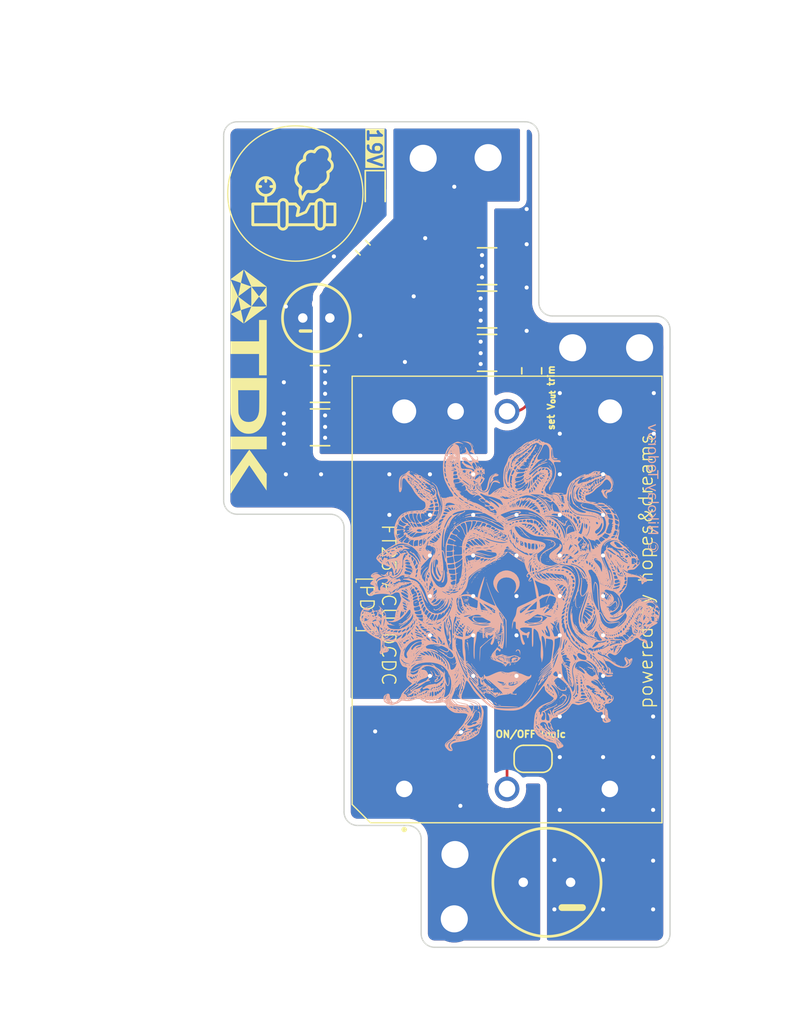
<source format=kicad_pcb>
(kicad_pcb
	(version 20240108)
	(generator "pcbnew")
	(generator_version "8.0")
	(general
		(thickness 1.6)
		(legacy_teardrops no)
	)
	(paper "A5")
	(title_block
		(title "Piggyback DCDC")
		(date "2025-05-12")
		(rev "V1.0")
		(company "FaSTTUBe")
	)
	(layers
		(0 "F.Cu" signal)
		(1 "In1.Cu" signal)
		(2 "In2.Cu" signal)
		(31 "B.Cu" signal)
		(32 "B.Adhes" user "B.Adhesive")
		(33 "F.Adhes" user "F.Adhesive")
		(34 "B.Paste" user)
		(35 "F.Paste" user)
		(36 "B.SilkS" user "B.Silkscreen")
		(37 "F.SilkS" user "F.Silkscreen")
		(38 "B.Mask" user)
		(39 "F.Mask" user)
		(40 "Dwgs.User" user "User.Drawings")
		(41 "Cmts.User" user "User.Comments")
		(42 "Eco1.User" user "User.Eco1")
		(43 "Eco2.User" user "User.Eco2")
		(44 "Edge.Cuts" user)
		(45 "Margin" user)
		(46 "B.CrtYd" user "B.Courtyard")
		(47 "F.CrtYd" user "F.Courtyard")
		(48 "B.Fab" user)
		(49 "F.Fab" user)
		(50 "User.1" user)
		(51 "User.2" user)
		(52 "User.3" user)
		(53 "User.4" user)
		(54 "User.5" user)
		(55 "User.6" user)
		(56 "User.7" user)
		(57 "User.8" user)
		(58 "User.9" user)
	)
	(setup
		(stackup
			(layer "F.SilkS"
				(type "Top Silk Screen")
			)
			(layer "F.Paste"
				(type "Top Solder Paste")
			)
			(layer "F.Mask"
				(type "Top Solder Mask")
				(thickness 0.01)
			)
			(layer "F.Cu"
				(type "copper")
				(thickness 0.035)
			)
			(layer "dielectric 1"
				(type "prepreg")
				(thickness 0.1)
				(material "FR4")
				(epsilon_r 4.5)
				(loss_tangent 0.02)
			)
			(layer "In1.Cu"
				(type "copper")
				(thickness 0.035)
			)
			(layer "dielectric 2"
				(type "core")
				(thickness 1.24)
				(material "FR4")
				(epsilon_r 4.5)
				(loss_tangent 0.02)
			)
			(layer "In2.Cu"
				(type "copper")
				(thickness 0.035)
			)
			(layer "dielectric 3"
				(type "prepreg")
				(thickness 0.1)
				(material "FR4")
				(epsilon_r 4.5)
				(loss_tangent 0.02)
			)
			(layer "B.Cu"
				(type "copper")
				(thickness 0.035)
			)
			(layer "B.Mask"
				(type "Bottom Solder Mask")
				(thickness 0.01)
			)
			(layer "B.Paste"
				(type "Bottom Solder Paste")
			)
			(layer "B.SilkS"
				(type "Bottom Silk Screen")
			)
			(copper_finish "None")
			(dielectric_constraints no)
		)
		(pad_to_mask_clearance 0)
		(allow_soldermask_bridges_in_footprints no)
		(pcbplotparams
			(layerselection 0x00010fc_ffffffff)
			(plot_on_all_layers_selection 0x0000000_00000000)
			(disableapertmacros no)
			(usegerberextensions no)
			(usegerberattributes yes)
			(usegerberadvancedattributes yes)
			(creategerberjobfile yes)
			(dashed_line_dash_ratio 12.000000)
			(dashed_line_gap_ratio 3.000000)
			(svgprecision 4)
			(plotframeref no)
			(viasonmask no)
			(mode 1)
			(useauxorigin no)
			(hpglpennumber 1)
			(hpglpenspeed 20)
			(hpglpendiameter 15.000000)
			(pdf_front_fp_property_popups yes)
			(pdf_back_fp_property_popups yes)
			(dxfpolygonmode yes)
			(dxfimperialunits yes)
			(dxfusepcbnewfont yes)
			(psnegative no)
			(psa4output no)
			(plotreference yes)
			(plotvalue yes)
			(plotfptext yes)
			(plotinvisibletext no)
			(sketchpadsonfab no)
			(subtractmaskfromsilk no)
			(outputformat 1)
			(mirror no)
			(drillshape 1)
			(scaleselection 1)
			(outputdirectory "")
		)
	)
	(net 0 "")
	(net 1 "Net-(JP1-B)")
	(net 2 "GND")
	(net 3 "Net-(U1-trim)")
	(net 4 "+24V")
	(net 5 "+19V")
	(net 6 "Net-(D1-A)")
	(footprint "FaSTTUBe_logos:hole_2mm" (layer "F.Cu") (at 95.15 50.55))
	(footprint "FaSTTUBe_logos:tdk_logo" (layer "F.Cu") (at 71.149999 53.1 -90))
	(footprint "Capacitor_SMD:C_1210_3225Metric" (layer "F.Cu") (at 76.475736 56.428249 180))
	(footprint "C_THT:C_THT_8mm" (layer "F.Cu") (at 91.5 90.05))
	(footprint "Jumper:SolderJumper-2_P1.3mm_Open_RoundedPad1.0x1.5mm" (layer "F.Cu") (at 92.225 80.925001 180))
	(footprint "Capacitor_SMD:C_1210_3225Metric" (layer "F.Cu") (at 76.475 53.225 180))
	(footprint "FaSTTUBe_logos:hole_2mm" (layer "F.Cu") (at 86.4 92.75))
	(footprint "Resistor_SMD:R_0805_2012Metric" (layer "F.Cu") (at 92.125 52.254999 90))
	(footprint "Capacitor_SMD:C_1210_3225Metric" (layer "F.Cu") (at 88.825 44.525001))
	(footprint "Resistor_SMD:R_0603_1608Metric" (layer "F.Cu") (at 79.638909 43.154019 135))
	(footprint "i6A24014A033V-001-R:I6A24014A033V001R" (layer "F.Cu") (at 82.7 83.15 90))
	(footprint "FaSTTUBe_logos:leak" (layer "F.Cu") (at 74.55 38.75))
	(footprint "Capacitor_SMD:C_1210_3225Metric" (layer "F.Cu") (at 88.825 50.925))
	(footprint "LED_SMD:LED_0603_1608Metric" (layer "F.Cu") (at 80.555 38.945 -90))
	(footprint "Capacitor_SMD:C_1210_3225Metric" (layer "F.Cu") (at 88.825 47.724999))
	(footprint "C_THT:C_THT_5mm" (layer "F.Cu") (at 77.2 48.35 180))
	(footprint "FaSTTUBe_logos:hole_2mm" (layer "F.Cu") (at 100.1 50.55))
	(footprint "FaSTTUBe_logos:hole_2mm" (layer "F.Cu") (at 86.45 88))
	(footprint "FaSTTUBe_logos:hole_2mm" (layer "F.Cu") (at 88.9 36.5))
	(footprint "FaSTTUBe_logos:hole_2mm" (layer "F.Cu") (at 84.1 36.55))
	(footprint "FaSTTUBe_logos:medusa"
		(layer "B.Cu")
		(uuid "b93339fe-0d50-4d2d-9986-7cdf6989cfa6")
		(at 90.45 68.8 180)
		(property "Reference" "G***"
			(at 0 0 0)
			(layer "B.SilkS")
			(hide yes)
			(uuid "251750c4-75e1-478d-850f-b31095155786")
			(effects
				(font
					(size 1.5 1.5)
					(thickness 0.3)
				)
				(justify mirror)
			)
		)
		(property "Value" "LOGO"
			(at 0.75 0 0)
			(layer "B.SilkS")
			(hide yes)
			(uuid "4097c488-5a79-49c9-b589-a0bf14ff0dac")
			(effects
				(font
					(size 1.5 1.5)
					(thickness 0.3)
				)
				(justify mirror)
			)
		)
		(property "Footprint" "FaSTTUBe_logos:medusa"
			(at 0 0 0)
			(layer "B.Fab")
			(hide yes)
			(uuid "4eee4806-c4af-4384-b624-76ffa0c909ff")
			(effects
				(font
					(size 1.27 1.27)
					(thickness 0.15)
				)
				(justify mirror)
			)
		)
		(property "Datasheet" ""
			(at 0 0 0)
			(layer "B.Fab")
			(hide yes)
			(uuid "0772d856-f7d5-47f5-9bc8-a2f05eeb7687")
			(effects
				(font
					(size 1.27 1.27)
					(thickness 0.15)
				)
				(justify mirror)
			)
		)
		(property "Description" ""
			(at 0 0 0)
			(layer "B.Fab")
			(hide yes)
			(uuid "6ac05f29-21b5-4abc-abf3-47bdadff5e82")
			(effects
				(font
					(size 1.27 1.27)
					(thickness 0.15)
				)
				(justify mirror)
			)
		)
		(attr board_only exclude_from_pos_files exclude_from_bom)
		(fp_poly
			(pts
				(xy 10.166939 -1.370628) (xy 10.14959 -1.387978) (xy 10.13224 -1.370628) (xy 10.14959 -1.353278)
			)
			(stroke
				(width 0)
				(type solid)
			)
			(fill solid)
			(layer "B.SilkS")
			(uuid "7bf04e24-10f2-490a-b926-31664146e4cc")
		)
		(fp_poly
			(pts
				(xy 9.819945 -1.440027) (xy 9.802595 -1.457377) (xy 9.785245 -1.440027) (xy 9.802595 -1.422677)
			)
			(stroke
				(width 0)
				(type solid)
			)
			(fill solid)
			(layer "B.SilkS")
			(uuid "81ad6f35-0527-45a1-a99c-5ddd6d0d02ec")
		)
		(fp_poly
			(pts
				(xy 9.681147 -3.036202) (xy 9.663797 -3.053552) (xy 9.646448 -3.036202) (xy 9.663797 -3.018852)
			)
			(stroke
				(width 0)
				(type solid)
			)
			(fill solid)
			(layer "B.SilkS")
			(uuid "8c36be8b-efe8-4f30-94e0-5b57cb5dce72")
		)
		(fp_poly
			(pts
				(xy 9.646448 -1.093033) (xy 9.629098 -1.110382) (xy 9.611748 -1.093033) (xy 9.629098 -1.075683)
			)
			(stroke
				(width 0)
				(type solid)
			)
			(fill solid)
			(layer "B.SilkS")
			(uuid "3ddd2d7f-ef80-42cb-b2c6-ea260635d9f2")
		)
		(fp_poly
			(pts
				(xy 9.542349 -1.544125) (xy 9.525 -1.561475) (xy 9.50765 -1.544125) (xy 9.525 -1.526776)
			)
			(stroke
				(width 0)
				(type solid)
			)
			(fill solid)
			(layer "B.SilkS")
			(uuid "00372548-7b0e-4e07-9d37-7e13f5813f59")
		)
		(fp_poly
			(pts
				(xy 8.952459 -2.932104) (xy 8.935109 -2.949453) (xy 8.917759 -2.932104) (xy 8.935109 -2.914754)
			)
			(stroke
				(width 0)
				(type solid)
			)
			(fill solid)
			(layer "B.SilkS")
			(uuid "1c526713-d65f-4a09-b1db-da3260869c49")
		)
		(fp_poly
			(pts
				(xy 8.952459 -3.938388) (xy 8.935109 -3.955737) (xy 8.917759 -3.938388) (xy 8.935109 -3.921038)
			)
			(stroke
				(width 0)
				(type solid)
			)
			(fill solid)
			(layer "B.SilkS")
			(uuid "91131196-4e92-4b20-92c4-1ac227fadb5f")
		)
		(fp_poly
			(pts
				(xy 8.917759 2.793306) (xy 8.900409 2.775956) (xy 8.88306 2.793306) (xy 8.900409 2.810656)
			)
			(stroke
				(width 0)
				(type solid)
			)
			(fill solid)
			(layer "B.SilkS")
			(uuid "a98df63b-24ac-4dd7-a9bd-e1a2dc9497ec")
		)
		(fp_poly
			(pts
				(xy 8.88306 -2.376912) (xy 8.86571 -2.394262) (xy 8.84836 -2.376912) (xy 8.86571 -2.359563)
			)
			(stroke
				(width 0)
				(type solid)
			)
			(fill solid)
			(layer "B.SilkS")
			(uuid "d29fc0de-89e7-45a9-8a69-b0eae8400e4d")
		)
		(fp_poly
			(pts
				(xy 8.778961 0.121448) (xy 8.761612 0.104099) (xy 8.744262 0.121448) (xy 8.761612 0.138798)
			)
			(stroke
				(width 0)
				(type solid)
			)
			(fill solid)
			(layer "B.SilkS")
			(uuid "addc740e-eea7-4d79-a819-03665f47a05d")
		)
		(fp_poly
			(pts
				(xy 8.431967 1.648224) (xy 8.414617 1.630875) (xy 8.397267 1.648224) (xy 8.414617 1.665574)
			)
			(stroke
				(width 0)
				(type solid)
			)
			(fill solid)
			(layer "B.SilkS")
			(uuid "66c945a7-2753-48a1-8e49-c9c43fe5b233")
		)
		(fp_poly
			(pts
				(xy 8.25847 -1.995218) (xy 8.24112 -2.012568) (xy 8.22377 -1.995218) (xy 8.24112 -1.977869)
			)
			(stroke
				(width 0)
				(type solid)
			)
			(fill solid)
			(layer "B.SilkS")
			(uuid "decb3e6d-45a2-455f-81c1-f021eaa90c5a")
		)
		(fp_poly
			(pts
				(xy 8.154371 -2.793306) (xy 8.137021 -2.810656) (xy 8.119672 -2.793306) (xy 8.137021 -2.775956)
			)
			(stroke
				(width 0)
				(type solid)
			)
			(fill solid)
			(layer "B.SilkS")
			(uuid "0d153cde-cad3-410b-9f09-aaba78f75e95")
		)
		(fp_poly
			(pts
				(xy 8.050273 -1.960519) (xy 8.032923 -1.977869) (xy 8.015573 -1.960519) (xy 8.032923 -1.943169)
			)
			(stroke
				(width 0)
				(type solid)
			)
			(fill solid)
			(layer "B.SilkS")
			(uuid "6ddedd98-47df-4daa-9a42-0bf0ed38f53f")
		)
		(fp_poly
			(pts
				(xy 8.050273 -2.029918) (xy 8.032923 -2.047268) (xy 8.015573 -2.029918) (xy 8.032923 -2.012568)
			)
			(stroke
				(width 0)
				(type solid)
			)
			(fill solid)
			(layer "B.SilkS")
			(uuid "35711222-a5be-4cfd-b9e8-2682e9bc58b3")
		)
		(fp_poly
			(pts
				(xy 7.980874 1.370629) (xy 7.963524 1.353279) (xy 7.946174 1.370629) (xy 7.963524 1.387978)
			)
			(stroke
				(width 0)
				(type solid)
			)
			(fill solid)
			(layer "B.SilkS")
			(uuid "a3ec7e2b-1dc6-49ee-8cf7-57adffcfc0f0")
		)
		(fp_poly
			(pts
				(xy 7.946174 3.938388) (xy 7.928825 3.921038) (xy 7.911475 3.938388) (xy 7.928825 3.955738)
			)
			(stroke
				(width 0)
				(type solid)
			)
			(fill solid)
			(layer "B.SilkS")
			(uuid "e042324d-39f6-4a76-9f98-013c29ea077e")
		)
		(fp_poly
			(pts
				(xy 7.911475 3.140301) (xy 7.894125 3.122951) (xy 7.876776 3.140301) (xy 7.894125 3.15765)
			)
			(stroke
				(width 0)
				(type solid)
			)
			(fill solid)
			(layer "B.SilkS")
			(uuid "79866de3-ee15-4c8b-b76a-c23cc84d57de")
		)
		(fp_poly
			(pts
				(xy 7.772677 -0.64194) (xy 7.755327 -0.659289) (xy 7.737978 -0.64194) (xy 7.755327 -0.62459)
			)
			(stroke
				(width 0)
				(type solid)
			)
			(fill solid)
			(layer "B.SilkS")
			(uuid "98c49ac4-ca76-4c09-9998-2fb44e19e555")
		)
		(fp_poly
			(pts
				(xy 7.737978 -2.862705) (xy 7.720628 -2.880054) (xy 7.703278 -2.862705) (xy 7.720628 -2.845355)
			)
			(stroke
				(width 0)
				(type solid)
			)
			(fill solid)
			(layer "B.SilkS")
			(uuid "80b714cd-2c49-43ad-9fe2-b5812cdd4c22")
		)
		(fp_poly
			(pts
				(xy 7.737978 -2.932104) (xy 7.720628 -2.949453) (xy 7.703278 -2.932104) (xy 7.720628 -2.914754)
			)
			(stroke
				(width 0)
				(type solid)
			)
			(fill solid)
			(layer "B.SilkS")
			(uuid "39dbd7e1-1e2d-436d-8526-a9bf81421d2f")
		)
		(fp_poly
			(pts
				(xy 7.59918 0.156148) (xy 7.58183 0.138798) (xy 7.56448 0.156148) (xy 7.58183 0.173497)
			)
			(stroke
				(width 0)
				(type solid)
			)
			(fill solid)
			(layer "B.SilkS")
			(uuid "42b1429c-ca93-4fd8-9f14-ca416c38b32f")
		)
		(fp_poly
			(pts
				(xy 7.59918 -1.544125) (xy 7.58183 -1.561475) (xy 7.56448 -1.544125) (xy 7.58183 -1.526776)
			)
			(stroke
				(width 0)
				(type solid)
			)
			(fill solid)
			(layer "B.SilkS")
			(uuid "a2a161a2-1109-4bf8-9ece-deeb35f0a9f2")
		)
		(fp_poly
			(pts
				(xy 7.529781 4.909973) (xy 7.512431 4.892623) (xy 7.495082 4.909973) (xy 7.512431 4.927323)
			)
			(stroke
				(width 0)
				(type solid)
			)
			(fill solid)
			(layer "B.SilkS")
			(uuid "da45d30a-679f-496f-ba4b-2019b7248a3f")
		)
		(fp_poly
			(pts
				(xy 7.425683 3.175) (xy 7.408333 3.15765) (xy 7.390983 3.175) (xy 7.408333 3.19235)
			)
			(stroke
				(width 0)
				(type solid)
			)
			(fill solid)
			(layer "B.SilkS")
			(uuid "2bfb815a-3da0-4c74-8533-f01cd0be0edb")
		)
		(fp_poly
			(pts
				(xy 7.390983 -1.995218) (xy 7.373633 -2.012568) (xy 7.356284 -1.995218) (xy 7.373633 -1.977869)
			)
			(stroke
				(width 0)
				(type solid)
			)
			(fill solid)
			(layer "B.SilkS")
			(uuid "fa97973b-1cc4-4125-a725-c38175a2718e")
		)
		(fp_poly
			(pts
				(xy 7.321584 -1.23183) (xy 7.304235 -1.24918) (xy 7.286885 -1.23183) (xy 7.304235 -1.214481)
			)
			(stroke
				(width 0)
				(type solid)
			)
			(fill solid)
			(layer "B.SilkS")
			(uuid "870908ef-6edb-48e4-b113-ec7fe96c0c94")
		)
		(fp_poly
			(pts
				(xy 7.217486 3.279099) (xy 7.200136 3.261749) (xy 7.182786 3.279099) (xy 7.200136 3.296448)
			)
			(stroke
				(width 0)
				(type solid)
			)
			(fill solid)
			(layer "B.SilkS")
			(uuid "3aec5d7e-de24-4eb1-8bd1-bbe1fba9b68b")
		)
		(fp_poly
			(pts
				(xy 7.113388 9.039208) (xy 7.096038 9.021858) (xy 7.078688 9.039208) (xy 7.096038 9.056558)
			)
			(stroke
				(width 0)
				(type solid)
			)
			(fill solid)
			(layer "B.SilkS")
			(uuid "c6670730-766a-4d25-ae2c-d4f0ac0b6749")
		)
		(fp_poly
			(pts
				(xy 7.078688 2.897405) (xy 7.061338 2.880055) (xy 7.043989 2.897405) (xy 7.061338 2.914754)
			)
			(stroke
				(width 0)
				(type solid)
			)
			(fill solid)
			(layer "B.SilkS")
			(uuid "a08df599-942c-4d97-9410-bf78631ef52b")
		)
		(fp_poly
			(pts
				(xy 7.043989 9.004508) (xy 7.026639 8.987159) (xy 7.009289 9.004508) (xy 7.026639 9.021858)
			)
			(stroke
				(width 0)
				(type solid)
			)
			(fill solid)
			(layer "B.SilkS")
			(uuid "6e1d0d5e-734f-4007-9147-7337ae9e00c0")
		)
		(fp_poly
			(pts
				(xy 6.905191 7.998224) (xy 6.887841 7.980875) (xy 6.870491 7.998224) (xy 6.887841 8.015574)
			)
			(stroke
				(width 0)
				(type solid)
			)
			(fill solid)
			(layer "B.SilkS")
			(uuid "d8b1dd58-60e5-48e4-8edd-9260b515c513")
		)
		(fp_poly
			(pts
				(xy 6.905191 2.966803) (xy 6.887841 2.949454) (xy 6.870491 2.966803) (xy 6.887841 2.984153)
			)
			(stroke
				(width 0)
				(type solid)
			)
			(fill solid)
			(layer "B.SilkS")
			(uuid "b692b1c2-d5fb-4e08-a96c-bd252ce1710e")
		)
		(fp_poly
			(pts
				(xy 6.801092 4.320082) (xy 6.783743 4.302732) (xy 6.766393 4.320082) (xy 6.783743 4.337432)
			)
			(stroke
				(width 0)
				(type solid)
			)
			(fill solid)
			(layer "B.SilkS")
			(uuid "3febaa61-c4e2-4d15-a6e9-458099075061")
		)
		(fp_poly
			(pts
				(xy 6.731694 4.424181) (xy 6.714344 4.406831) (xy 6.696994 4.424181) (xy 6.714344 4.44153)
			)
			(stroke
				(width 0)
				(type solid)
			)
			(fill solid)
			(layer "B.SilkS")
			(uuid "dd6b6f06-7db1-4241-bd8b-ea977ab51536")
		)
		(fp_poly
			(pts
				(xy 6.627595 -4.493579) (xy 6.610245 -4.510929) (xy 6.592896 -4.493579) (xy 6.610245 -4.476229)
			)
			(stroke
				(width 0)
				(type solid)
			)
			(fill solid)
			(layer "B.SilkS")
			(uuid "870d0bf3-4169-4fe5-80a0-161df8846011")
		)
		(fp_poly
			(pts
				(xy 6.558196 -2.203415) (xy 6.540847 -2.220765) (xy 6.523497 -2.203415) (xy 6.540847 -2.186065)
			)
			(stroke
				(width 0)
				(type solid)
			)
			(fill solid)
			(layer "B.SilkS")
			(uuid "65b5d7e9-4cf9-462b-a0bd-34b8fd6a81df")
		)
		(fp_poly
			(pts
				(xy 6.558196 -7.061339) (xy 6.540847 -7.078688) (xy 6.523497 -7.061339) (xy 6.540847 -7.043989)
			)
			(stroke
				(width 0)
				(type solid)
			)
			(fill solid)
			(layer "B.SilkS")
			(uuid "4633b408-8aaf-413d-ad01-637dd116f018")
		)
		(fp_poly
			(pts
				(xy 6.523497 -4.354781) (xy 6.506147 -4.372131) (xy 6.488797 -4.354781) (xy 6.506147 -4.337431)
			)
			(stroke
				(width 0)
				(type solid)
			)
			(fill solid)
			(layer "B.SilkS")
			(uuid "0b079dc8-dac6-4cef-b369-2d84e5468c73")
		)
		(fp_poly
			(pts
				(xy 6.488797 3.868989) (xy 6.471448 3.85164) (xy 6.454098 3.868989) (xy 6.471448 3.886339)
			)
			(stroke
				(width 0)
				(type solid)
			)
			(fill solid)
			(layer "B.SilkS")
			(uuid "8cae0f92-eaa0-45d9-83e0-8b9a25ec94fe")
		)
		(fp_poly
			(pts
				(xy 6.454098 -1.89112) (xy 6.436748 -1.90847) (xy 6.419398 -1.89112) (xy 6.436748 -1.87377)
			)
			(stroke
				(width 0)
				(type solid)
			)
			(fill solid)
			(layer "B.SilkS")
			(uuid "ebb37f10-a867-4a41-af3b-41339a553dfe")
		)
		(fp_poly
			(pts
				(xy 6.3153 1.127732) (xy 6.29795 1.110383) (xy 6.280601 1.127732) (xy 6.29795 1.145082)
			)
			(stroke
				(width 0)
				(type solid)
			)
			(fill solid)
			(layer "B.SilkS")
			(uuid "65561819-7859-4c8a-a2f3-0295ebfa1c1e")
		)
		(fp_poly
			(pts
				(xy 6.280601 3.903689) (xy 6.263251 3.886339) (xy 6.245901 3.903689) (xy 6.263251 3.921038)
			)
			(stroke
				(width 0)
				(type solid)
			)
			(fill solid)
			(layer "B.SilkS")
			(uuid "e623dc4a-9449-4251-a873-95fe58c08f52")
		)
		(fp_poly
			(pts
				(xy 6.280601 -6.575546) (xy 6.263251 -6.592896) (xy 6.245901 -6.575546) (xy 6.263251 -6.558197)
			)
			(stroke
				(width 0)
				(type solid)
			)
			(fill solid)
			(layer "B.SilkS")
			(uuid "8e5e3dd4-32f8-44f1-be2a-ccb526db2352")
		)
		(fp_poly
			(pts
				(xy 6.245901 -1.370628) (xy 6.228551 -1.387978) (xy 6.211202 -1.370628) (xy 6.228551 -1.353278)
			)
			(stroke
				(width 0)
				(type solid)
			)
			(fill solid)
			(layer "B.SilkS")
			(uuid "e544546c-d59c-46ef-9a6c-f05c3336af84")
		)
		(fp_poly
			(pts
				(xy 6.245901 -2.654508) (xy 6.228551 -2.671858) (xy 6.211202 -2.654508) (xy 6.228551 -2.637158)
			)
			(stroke
				(width 0)
				(type solid)
			)
			(fill solid)
			(layer "B.SilkS")
			(uuid "89dace70-937a-42a2-9592-0a339f472e18")
		)
		(fp_poly
			(pts
				(xy 6.211202 1.752323) (xy 6.193852 1.734973) (xy 6.176502 1.752323) (xy 6.193852 1.769672)
			)
			(stroke
				(width 0)
				(type solid)
			)
			(fill solid)
			(layer "B.SilkS")
			(uuid "eafdd20d-ebc5-4e12-832e-d0462e5f96cf")
		)
		(fp_poly
			(pts
				(xy 6.176502 2.029918) (xy 6.159153 2.012569) (xy 6.141803 2.029918) (xy 6.159153 2.047268)
			)
			(stroke
				(width 0)
				(type solid)
			)
			(fill solid)
			(layer "B.SilkS")
			(uuid "17e70075-cf85-4b95-8223-c0fb9b537843")
		)
		(fp_poly
			(pts
				(xy 6.072404 5.74276) (xy 6.055054 5.72541) (xy 6.037705 5.74276) (xy 6.055054 5.760109)
			)
			(stroke
				(width 0)
				(type solid)
			)
			(fill solid)
			(layer "B.SilkS")
			(uuid "9e78aeed-1bd8-4bbb-b808-b4ee6ae45e92")
		)
		(fp_poly
			(pts
				(xy 6.072404 2.272814) (xy 6.055054 2.255465) (xy 6.037705 2.272814) (xy 6.055054 2.290164)
			)
			(stroke
				(width 0)
				(type solid)
			)
			(fill solid)
			(layer "B.SilkS")
			(uuid "14b9041a-28e3-47d6-927b-19af1777f0dc")
		)
		(fp_poly
			(pts
				(xy 6.072404 -0.711339) (xy 6.055054 -0.728688) (xy 6.037705 -0.711339) (xy 6.055054 -0.693989)
			)
			(stroke
				(width 0)
				(type solid)
			)
			(fill solid)
			(layer "B.SilkS")
			(uuid "50f0e4bb-494c-4494-940e-2a9d4df78881")
		)
		(fp_poly
			(pts
				(xy 6.072404 -5.603962) (xy 6.055054 -5.621311) (xy 6.037705 -5.603962) (xy 6.055054 -5.586612)
			)
			(stroke
				(width 0)
				(type solid)
			)
			(fill solid)
			(layer "B.SilkS")
			(uuid "c5a1615f-e700-4c42-a57f-8f4f71d574dd")
		)
		(fp_poly
			(pts
				(xy 6.037705 -0.884836) (xy 6.020355 -0.902186) (xy 6.003005 -0.884836) (xy 6.020355 -0.867486)
			)
			(stroke
				(width 0)
				(type solid)
			)
			(fill solid)
			(layer "B.SilkS")
			(uuid "26feb61e-a4a4-4be5-a935-b4ce39952f1c")
		)
		(fp_poly
			(pts
				(xy 6.003005 5.70806) (xy 5.985655 5.690711) (xy 5.968306 5.70806) (xy 5.985655 5.72541)
			)
			(stroke
				(width 0)
				(type solid)
			)
			(fill solid)
			(layer "B.SilkS")
			(uuid "46c9d090-b089-41cf-a8aa-aee3a0c2acd5")
		)
		(fp_poly
			(pts
				(xy 6.003005 -0.988934) (xy 5.985655 -1.006284) (xy 5.968306 -0.988934) (xy 5.985655 -0.971584)
			)
			(stroke
				(width 0)
				(type solid)
			)
			(fill solid)
			(layer "B.SilkS")
			(uuid "af0a0735-21bc-4154-8818-54b89c34f0ae")
		)
		(fp_poly
			(pts
				(xy 5.968306 4.215984) (xy 5.950956 4.198634) (xy 5.933606 4.215984) (xy 5.950956 4.233334)
			)
			(stroke
				(width 0)
				(type solid)
			)
			(fill solid)
			(layer "B.SilkS")
			(uuid "6125dcbf-f4bf-48ae-9c08-658683fa2f4b")
		)
		(fp_poly
			(pts
				(xy 5.968306 -1.058333) (xy 5.950956 -1.075683) (xy 5.933606 -1.058333) (xy 5.950956 -1.040983)
			)
			(stroke
				(width 0)
				(type solid)
			)
			(fill solid)
			(layer "B.SilkS")
			(uuid "6864a87e-ecd6-4481-b4ee-a1b43d7db1aa")
		)
		(fp_poly
			(pts
				(xy 5.968306 -4.45888) (xy 5.950956 -4.476229) (xy 5.933606 -4.45888) (xy 5.950956 -4.44153)
			)
			(stroke
				(width 0)
				(type solid)
			)
			(fill solid)
			(layer "B.SilkS")
			(uuid "85f3be80-43ff-4711-835c-091c1c243fd3")
		)
		(fp_poly
			(pts
				(xy 5.933606 4.562978) (xy 5.916256 4.545629) (xy 5.898907 4.562978) (xy 5.916256 4.580328)
			)
			(stroke
				(width 0)
				(type solid)
			)
			(fill solid)
			(layer "B.SilkS")
			(uuid "1e6d0dbf-116e-4b91-a909-0c64ab2e135f")
		)
		(fp_poly
			(pts
				(xy 5.933606 -6.055054) (xy 5.916256 -6.072404) (xy 5.898907 -6.055054) (xy 5.916256 -6.037705)
			)
			(stroke
				(width 0)
				(type solid)
			)
			(fill solid)
			(layer "B.SilkS")
			(uuid "bae590d9-9301-4ebb-b9e2-108fb37bf4b6")
		)
		(fp_poly
			(pts
				(xy 5.898907 -1.023634) (xy 5.881557 -1.040983) (xy 5.864207 -1.023634) (xy 5.881557 -1.006284)
			)
			(stroke
				(width 0)
				(type solid)
			)
			(fill solid)
			(layer "B.SilkS")
			(uuid "e85726b7-ed92-415d-b035-1f2679553515")
		)
		(fp_poly
			(pts
				(xy 5.864207 -5.118169) (xy 5.846858 -5.135519) (xy 5.829508 -5.118169) (xy 5.846858 -5.100819)
			)
			(stroke
				(width 0)
				(type solid)
			)
			(fill solid)
			(layer "B.SilkS")
			(uuid "4ec30e3c-3696-422b-9a21-0db77a7d6d83")
		)
		(fp_poly
			(pts
				(xy 5.864207 -5.499863) (xy 5.846858 -5.517213) (xy 5.829508 -5.499863) (xy 5.846858 -5.482513)
			)
			(stroke
				(width 0)
				(type solid)
			)
			(fill solid)
			(layer "B.SilkS")
			(uuid "66ef45ac-9dc3-4f21-b867-1fbfce44627f")
		)
		(fp_poly
			(pts
				(xy 5.760109 0.954235) (xy 5.742759 0.936885) (xy 5.725409 0.954235) (xy 5.742759 0.971585)
			)
			(stroke
				(width 0)
				(type solid)
			)
			(fill solid)
			(layer "B.SilkS")
			(uuid "a29b7386-4f01-4ffc-b192-0f5595247682")
		)
		(fp_poly
			(pts
				(xy 5.725409 3.521995) (xy 5.70806 3.504645) (xy 5.69071 3.521995) (xy 5.70806 3.539344)
			)
			(stroke
				(width 0)
				(type solid)
			)
			(fill solid)
			(layer "B.SilkS")
			(uuid "f064e1d1-b9e2-4d94-872f-41fca2b96fe0")
		)
		(fp_poly
			(pts
				(xy 5.725409 0.815437) (xy 5.70806 0.798088) (xy 5.69071 0.815437) (xy 5.70806 0.832787)
			)
			(stroke
				(width 0)
				(type solid)
			)
			(fill solid)
			(layer "B.SilkS")
			(uuid "c7b62133-c13f-464c-b1fc-33958b8d7cbf")
		)
		(fp_poly
			(pts
				(xy 5.725409 -1.787022) (xy 5.70806 -1.804371) (xy 5.69071 -1.787022) (xy 5.70806 -1.769672)
			)
			(stroke
				(width 0)
				(type solid)
			)
			(fill solid)
			(layer "B.SilkS")
			(uuid "5c6fe6b7-2d4f-4a14-9247-ef74629894b8")
		)
		(fp_poly
			(pts
				(xy 5.725409 -5.395765) (xy 5.70806 -5.413115) (xy 5.69071 -5.395765) (xy 5.70806 -5.378415)
			)
			(stroke
				(width 0)
				(type solid)
			)
			(fill solid)
			(layer "B.SilkS")
			(uuid "3b0f0bbd-b38c-4eac-beea-6a0d90f137ac")
		)
		(fp_poly
			(pts
				(xy 5.69071 -1.23183) (xy 5.67336 -1.24918) (xy 5.656011 -1.23183) (xy 5.67336 -1.214481)
			)
			(stroke
				(width 0)
				(type solid)
			)
			(fill solid)
			(layer "B.SilkS")
			(uuid "194852ec-310c-41a5-af86-c17be55fd867")
		)
		(fp_poly
			(pts
				(xy 5.69071 -3.695492) (xy 5.67336 -3.712841) (xy 5.656011 -3.695492) (xy 5.67336 -3.678142)
			)
			(stroke
				(width 0)
				(type solid)
			)
			(fill solid)
			(layer "B.SilkS")
			(uuid "5713fc9b-0571-49e8-8278-0ce3c03e3249")
		)
		(fp_poly
			(pts
				(xy 5.69071 -5.569262) (xy 5.67336 -5.586612) (xy 5.656011 -5.569262) (xy 5.67336 -5.551912)
			)
			(stroke
				(width 0)
				(type solid)
			)
			(fill solid)
			(layer "B.SilkS")
			(uuid "2b5f162a-f95d-4dc5-9b06-6aed3b25e4a3")
		)
		(fp_poly
			(pts
				(xy 5.621311 7.512432) (xy 5.603961 7.495082) (xy 5.586612 7.512432) (xy 5.603961 7.529782)
			)
			(stroke
				(width 0)
				(type solid)
			)
			(fill solid)
			(layer "B.SilkS")
			(uuid "50c8b01c-4231-40ee-ba23-dfe376afabb2")
		)
		(fp_poly
			(pts
				(xy 5.621311 -0.884836) (xy 5.603961 -0.902186) (xy 5.586612 -0.884836) (xy 5.603961 -0.867486)
			)
			(stroke
				(width 0)
				(type solid)
			)
			(fill solid)
			(layer "B.SilkS")
			(uuid "d171aac6-4645-4e36-8399-1d66932dc15d")
		)
		(fp_poly
			(pts
				(xy 5.586612 0.433743) (xy 5.569262 0.416394) (xy 5.551912 0.433743) (xy 5.569262 0.451093)
			)
			(stroke
				(width 0)
				(type solid)
			)
			(fill solid)
			(layer "B.SilkS")
			(uuid "e4dc803a-1a93-43b2-87c0-0ecc401dd8a6")
		)
		(fp_poly
			(pts
				(xy 5.586612 0.086749) (xy 5.569262 0.069399) (xy 5.551912 0.086749) (xy 5.569262 0.104099)
			)
			(stroke
				(width 0)
				(type solid)
			)
			(fill solid)
			(layer "B.SilkS")
			(uuid "653bbba1-c087-40fa-899e-e224cd6db4e7")
		)
		(fp_poly
			(pts
				(xy 5.586612 -3.834289) (xy 5.569262 -3.851639) (xy 5.551912 -3.834289) (xy 5.569262 -3.81694)
			)
			(stroke
				(width 0)
				(type solid)
			)
			(fill solid)
			(layer "B.SilkS")
			(uuid "ccc1ae16-93d0-48f8-95f5-89838b8228f7")
		)
		(fp_poly
			(pts
				(xy 5.551912 -5.499863) (xy 5.534562 -5.517213) (xy 5.517213 -5.499863) (xy 5.534562 -5.482513)
			)
			(stroke
				(width 0)
				(type solid)
			)
			(fill solid)
			(layer "B.SilkS")
			(uuid "384c85cf-5892-4360-a541-28826f51dac0")
		)
		(fp_poly
			(pts
				(xy 5.551912 -6.263251) (xy 5.534562 -6.280601) (xy 5.517213 -6.263251) (xy 5.534562 -6.245901)
			)
			(stroke
				(width 0)
				(type solid)
			)
			(fill solid)
			(layer "B.SilkS")
			(uuid "ac301277-d5c0-4f37-891b-6466bd0601fa")
		)
		(fp_poly
			(pts
				(xy 5.517213 -1.301229) (xy 5.499863 -1.318579) (xy 5.482513 -1.301229) (xy 5.499863 -1.28388)
			)
			(stroke
				(width 0)
				(type solid)
			)
			(fill solid)
			(layer "B.SilkS")
			(uuid "21e6bb69-74f7-4898-a023-7f18f25f1e72")
		)
		(fp_poly
			(pts
				(xy 5.447814 -0.919535) (xy 5.430464 -0.936885) (xy 5.413114 -0.919535) (xy 5.430464 -0.902186)
			)
			(stroke
				(width 0)
				(type solid)
			)
			(fill solid)
			(layer "B.SilkS")
			(uuid "aec0d48c-817d-43ef-adee-e96997e310cd")
		)
		(fp_poly
			(pts
				(xy 5.413114 7.894126) (xy 5.395765 7.876776) (xy 5.378415 7.894126) (xy 5.395765 7.911476)
			)
			(stroke
				(width 0)
				(type solid)
			)
			(fill solid)
			(layer "B.SilkS")
			(uuid "7ac3d9d2-ebf4-4a2f-afea-4fa9d9b20945")
		)
		(fp_poly
			(pts
				(xy 5.413114 -0.399044) (xy 5.395765 -0.416393) (xy 5.378415 -0.399044) (xy 5.395765 -0.381694)
			)
			(stroke
				(width 0)
				(type solid)
			)
			(fill solid)
			(layer "B.SilkS")
			(uuid "f1cdf330-1d58-477d-bdc9-ba7ab07b5807")
		)
		(fp_poly
			(pts
				(xy 5.378415 -0.884836) (xy 5.361065 -0.902186) (xy 5.343715 -0.884836) (xy 5.361065 -0.867486)
			)
			(stroke
				(width 0)
				(type solid)
			)
			(fill solid)
			(layer "B.SilkS")
			(uuid "a956125c-5d1e-4df9-9101-144a87a97c6e")
		)
		(fp_poly
			(pts
				(xy 5.309016 -1.197131) (xy 5.291666 -1.214481) (xy 5.274317 -1.197131) (xy 5.291666 -1.179781)
			)
			(stroke
				(width 0)
				(type solid)
			)
			(fill solid)
			(layer "B.SilkS")
			(uuid "69155f6d-7359-4858-b3e1-8d62b07d9333")
		)
		(fp_poly
			(pts
				(xy 5.309016 -3.903688) (xy 5.291666 -3.921038) (xy 5.274317 -3.903688) (xy 5.291666 -3.886339)
			)
			(stroke
				(width 0)
				(type solid)
			)
			(fill solid)
			(layer "B.SilkS")
			(uuid "bccd0264-fb55-47c1-9675-afd1bb143e7c")
		)
		(fp_poly
			(pts
				(xy 5.309016 -5.846858) (xy 5.291666 -5.864207) (xy 5.274317 -5.846858) (xy 5.291666 -5.829508)
			)
			(stroke
				(width 0)
				(type solid)
			)
			(fill solid)
			(layer "B.SilkS")
			(uuid "64b842f3-496a-4b01-9207-fa1b9ed8c2b8")
		)
		(fp_poly
			(pts
				(xy 5.239617 -0.780737) (xy 5.222267 -0.798087) (xy 5.204918 -0.780737) (xy 5.222267 -0.763388)
			)
			(stroke
				(width 0)
				(type solid)
			)
			(fill solid)
			(layer "B.SilkS")
			(uuid "34417d21-9522-4f8e-8855-50a84ec2c956")
		)
		(fp_poly
			(pts
				(xy 5.239617 -1.301229) (xy 5.222267 -1.318579) (xy 5.204918 -1.301229) (xy 5.222267 -1.28388)
			)
			(stroke
				(width 0)
				(type solid)
			)
			(fill solid)
			(layer "B.SilkS")
			(uuid "769b9957-a70c-40c1-bd2f-ebe82e70ea6b")
		)
		(fp_poly
			(pts
				(xy 5.239617 -3.938388) (xy 5.222267 -3.955737) (xy 5.204918 -3.938388) (xy 5.222267 -3.921038)
			)
			(stroke
				(width 0)
				(type solid)
			)
			(fill solid)
			(layer "B.SilkS")
			(uuid "ad60d9b0-7351-4b97-a6c9-7c0c3b9d1962")
		)
		(fp_poly
			(pts
				(xy 5.204918 -0.850136) (xy 5.187568 -0.867486) (xy 5.170218 -0.850136) (xy 5.187568 -0.832787)
			)
			(stroke
				(width 0)
				(type solid)
			)
			(fill solid)
			(layer "B.SilkS")
			(uuid "35c5c167-79e1-4655-8bf2-e2116e317e8a")
		)
		(fp_poly
			(pts
				(xy 5.170218 -3.209699) (xy 5.152868 -3.227049) (xy 5.135519 -3.209699) (xy 5.152868 -3.19235)
			)
			(stroke
				(width 0)
				(type solid)
			)
			(fill solid)
			(layer "B.SilkS")
			(uuid "1faa3e28-bd43-41b9-8279-0f19b8d17eb1")
		)
		(fp_poly
			(pts
				(xy 5.135519 -0.884836) (xy 5.118169 -0.902186) (xy 5.100819 -0.884836) (xy 5.118169 -0.867486)
			)
			(stroke
				(width 0)
				(type solid)
			)
			(fill solid)
			(layer "B.SilkS")
			(uuid "91e63786-e66d-4d72-8399-15a5c8b1947b")
		)
		(fp_poly
			(pts
				(xy 5.135519 -2.342213) (xy 5.118169 -2.359563) (xy 5.100819 -2.342213) (xy 5.118169 -2.324863)
			)
			(stroke
				(width 0)
				(type solid)
			)
			(fill solid)
			(layer "B.SilkS")
			(uuid "be186a4e-e7f7-4e67-b2b2-4c256f0e8f18")
		)
		(fp_poly
			(pts
				(xy 5.135519 -5.256967) (xy 5.118169 -5.274317) (xy 5.100819 -5.256967) (xy 5.118169 -5.239617)
			)
			(stroke
				(width 0)
				(type solid)
			)
			(fill solid)
			(layer "B.SilkS")
			(uuid "f7dcf166-2c15-495b-9cf7-e2639ca6b56f")
		)
		(fp_poly
			(pts
				(xy 5.06612 -0.780737) (xy 5.04877 -0.798087) (xy 5.03142 -0.780737) (xy 5.04877 -0.763388)
			)
			(stroke
				(width 0)
				(type solid)
			)
			(fill solid)
			(layer "B.SilkS")
			(uuid "0ae7771f-09de-420f-b24a-c28f366c8e9d")
		)
		(fp_poly
			(pts
				(xy 5.03142 0.67664) (xy 5.014071 0.65929) (xy 4.996721 0.67664) (xy 5.014071 0.693989)
			)
			(stroke
				(width 0)
				(type solid)
			)
			(fill solid)
			(layer "B.SilkS")
			(uuid "bd90be6b-ad23-486a-abd6-5790c70b3204")
		)
		(fp_poly
			(pts
				(xy 4.996721 -0.746038) (xy 4.979371 -0.763388) (xy 4.962021 -0.746038) (xy 4.979371 -0.728688)
			)
			(stroke
				(width 0)
				(type solid)
			)
			(fill solid)
			(layer "B.SilkS")
			(uuid "934e27d0-2af4-4f80-b3a0-47d7a37d734c")
		)
		(fp_poly
			(pts
				(xy 4.927322 -4.215983) (xy 4.909972 -4.233333) (xy 4.892623 -4.215983) (xy 4.909972 -4.198634)
			)
			(stroke
				(width 0)
				(type solid)
			)
			(fill solid)
			(layer "B.SilkS")
			(uuid "d4e5493b-664a-41fb-9080-725fb8396c52")
		)
		(fp_poly
			(pts
				(xy 4.857923 3.417896) (xy 4.840573 3.400547) (xy 4.823224 3.417896) (xy 4.840573 3.435246)
			)
			(stroke
				(width 0)
				(type solid)
			)
			(fill solid)
			(layer "B.SilkS")
			(uuid "edbfda8a-436c-4757-968e-64cad61f24d3")
		)
		(fp_poly
			(pts
				(xy 4.857923 3.313798) (xy 4.840573 3.296448) (xy 4.823224 3.313798) (xy 4.840573 3.331148)
			)
			(stroke
				(width 0)
				(type solid)
			)
			(fill solid)
			(layer "B.SilkS")
			(uuid "b7936ee2-6f16-4919-9bcc-fa3bf4e09366")
		)
		(fp_poly
			(pts
				(xy 4.857923 -1.162431) (xy 4.840573 -1.179781) (xy 4.823224 -1.162431) (xy 4.840573 -1.145082)
			)
			(stroke
				(width 0)
				(type solid)
			)
			(fill solid)
			(layer "B.SilkS")
			(uuid "172e1902-93da-446c-924e-0156731efbd7")
		)
		(fp_poly
			(pts
				(xy 4.823224 -0.780737) (xy 4.805874 -0.798087) (xy 4.788524 -0.780737) (xy 4.805874 -0.763388)
			)
			(stroke
				(width 0)
				(type solid)
			)
			(fill solid)
			(layer "B.SilkS")
			(uuid "8f512d8c-fa32-4b70-8428-490cd9e19170")
		)
		(fp_poly
			(pts
				(xy 4.823224 -3.660792) (xy 4.805874 -3.678142) (xy 4.788524 -3.660792) (xy 4.805874 -3.643442)
			)
			(stroke
				(width 0)
				(type solid)
			)
			(fill solid)
			(layer "B.SilkS")
			(uuid "4a8a1190-fe98-498f-89e0-330399b837ba")
		)
		(fp_poly
			(pts
				(xy 4.788524 3.279099) (xy 4.771174 3.261749) (xy 4.753825 3.279099) (xy 4.771174 3.296448)
			)
			(stroke
				(width 0)
				(type solid)
			)
			(fill solid)
			(layer "B.SilkS")
			(uuid "ad08623e-c7f8-43b6-a82e-d3f4e01445ac")
		)
		(fp_poly
			(pts
				(xy 4.788524 3.2097) (xy 4.771174 3.19235) (xy 4.753825 3.2097) (xy 4.771174 3.227049)
			)
			(stroke
				(width 0)
				(type solid)
			)
			(fill solid)
			(layer "B.SilkS")
			(uuid "deaba8a5-61a3-4eaa-9a16-e97155f6b8b8")
		)
		(fp_poly
			(pts
				(xy 4.753825 3.730191) (xy 4.736475 3.712842) (xy 4.719125 3.730191) (xy 4.736475 3.747541)
			)
			(stroke
				(width 0)
				(type solid)
			)
			(fill solid)
			(layer "B.SilkS")
			(uuid "bb34679d-2129-4151-91b0-8cf9687bfa38")
		)
		(fp_poly
			(pts
				(xy 4.719125 2.307514) (xy 4.701776 2.290164) (xy 4.684426 2.307514) (xy 4.701776 2.324864)
			)
			(stroke
				(width 0)
				(type solid)
			)
			(fill solid)
			(layer "B.SilkS")
			(uuid "8dddeda8-4325-42f2-92b5-c674566ec394")
		)
		(fp_poly
			(pts
				(xy 4.719125 2.238115) (xy 4.701776 2.220765) (xy 4.684426 2.238115) (xy 4.701776 2.255465)
			)
			(stroke
				(width 0)
				(type solid)
			)
			(fill solid)
			(layer "B.SilkS")
			(uuid "6e0a9131-10eb-4e00-8ba8-5ab103e260a8")
		)
		(fp_poly
			(pts
				(xy 4.684426 -0.988934) (xy 4.667076 -1.006284) (xy 4.649726 -0.988934) (xy 4.667076 -0.971584)
			)
			(stroke
				(width 0)
				(type solid)
			)
			(fill solid)
			(layer "B.SilkS")
			(uuid "b7f0d17d-738a-4613-8600-2da72aeee775")
		)
		(fp_poly
			(pts
				(xy 4.649726 4.285383) (xy 4.632377 4.268033) (xy 4.615027 4.285383) (xy 4.632377 4.302732)
			)
			(stroke
				(width 0)
				(type solid)
			)
			(fill solid)
			(layer "B.SilkS")
			(uuid "2e607bdc-9d97-4176-960d-02500d006afa")
		)
		(fp_poly
			(pts
				(xy 4.649726 -4.320082) (xy 4.632377 -4.337431) (xy 4.615027 -4.320082) (xy 4.632377 -4.302732)
			)
			(stroke
				(width 0)
				(type solid)
			)
			(fill solid)
			(layer "B.SilkS")
			(uuid "2386e47f-538d-4147-b82b-f822c60e7158")
		)
		(fp_poly
			(pts
				(xy 4.649726 -4.667076) (xy 4.632377 -4.684426) (xy 4.615027 -4.667076) (xy 4.632377 -4.649727)
			)
			(stroke
				(width 0)
				(type solid)
			)
			(fill solid)
			(layer "B.SilkS")
			(uuid "c88cfa8d-4875-41eb-93fe-14675a142e03")
		)
		(fp_poly
			(pts
				(xy 4.615027 4.181284) (xy 4.597677 4.163935) (xy 4.580327 4.181284) (xy 4.597677 4.198634)
			)
			(stroke
				(width 0)
				(type solid)
			)
			(fill solid)
			(layer "B.SilkS")
			(uuid "8a7a07df-8f1c-4f2c-b320-a6fb087a30c8")
		)
		(fp_poly
			(pts
				(xy 4.615027 -5.742759) (xy 4.597677 -5.760109) (xy 4.580327 -5.742759) (xy 4.597677 -5.72541)
			)
			(stroke
				(width 0)
				(type solid)
			)
			(fill solid)
			(layer "B.SilkS")
			(uuid "ba7cb75e-16d0-4841-a6f6-579f159f979a")
		)
		(fp_poly
			(pts
				(xy 4.615027 -7.026639) (xy 4.597677 -7.043989) (xy 4.580327 -7.026639) (xy 4.597677 -7.009289)
			)
			(stroke
				(width 0)
				(type solid)
			)
			(fill solid)
			(layer "B.SilkS")
			(uuid "4fc853f0-27bd-48a6-839e-752b78efc0f0")
		)
		(fp_poly
			(pts
				(xy 4.545628 -5.846858) (xy 4.528278 -5.864207) (xy 4.510929 -5.846858) (xy 4.528278 -5.829508)
			)
			(stroke
				(width 0)
				(type solid)
			)
			(fill solid)
			(layer "B.SilkS")
			(uuid "7d750232-7b80-4851-8de5-f9df1b6dbca0")
		)
		(fp_poly
			(pts
				(xy 4.510929 -2.064617) (xy 4.493579 -2.081967) (xy 4.476229 -2.064617) (xy 4.493579 -2.047268)
			)
			(stroke
				(width 0)
				(type solid)
			)
			(fill solid)
			(layer "B.SilkS")
			(uuid "21744b57-e13d-42e1-a03e-a28440ca66a2")
		)
		(fp_poly
			(pts
				(xy 4.44153 4.701776) (xy 4.42418 4.684426) (xy 4.40683 4.701776) (xy 4.42418 4.719126)
			)
			(stroke
				(width 0)
				(type solid)
			)
			(fill solid)
			(layer "B.SilkS")
			(uuid "929629cc-6d86-4ac4-be62-55df0895c7b1")
		)
		(fp_poly
			(pts
				(xy 4.44153 -4.354781) (xy 4.42418 -4.372131) (xy 4.40683 -4.354781) (xy 4.42418 -4.337431)
			)
			(stroke
				(width 0)
				(type solid)
			)
			(fill solid)
			(layer "B.SilkS")
			(uuid "c7c599c6-dee5-4103-b5d6-a7d39bfeb330")
		)
		(fp_poly
			(pts
				(xy 4.44153 -4.736475) (xy 4.42418 -4.753825) (xy 4.40683 -4.736475) (xy 4.42418 -4.719125)
			)
			(stroke
				(width 0)
				(type solid)
			)
			(fill solid)
			(layer "B.SilkS")
			(uuid "f8abb462-a697-46c6-988c-e704d818af49")
		)
		(fp_poly
			(pts
				(xy 4.40683 4.909973) (xy 4.38948 4.892623) (xy 4.372131 4.909973) (xy 4.38948 4.927323)
			)
			(stroke
				(width 0)
				(type solid)
			)
			(fill solid)
			(layer "B.SilkS")
			(uuid "705862cd-d2d6-4c06-a8a6-8618fc80bb96")
		)
		(fp_poly
			(pts
				(xy 4.372131 4.840574) (xy 4.354781 4.823224) (xy 4.337431 4.840574) (xy 4.354781 4.857924)
			)
			(stroke
				(width 0)
				(type solid)
			)
			(fill solid)
			(layer "B.SilkS")
			(uuid "0fb72cc2-8e6a-4b44-96a4-05b4cc9b1b73")
		)
		(fp_poly
			(pts
				(xy 4.372131 -4.771175) (xy 4.354781 -4.788524) (xy 4.337431 -4.771175) (xy 4.354781 -4.753825)
			)
			(stroke
				(width 0)
				(type solid)
			)
			(fill solid)
			(layer "B.SilkS")
			(uuid "0e689388-a3a5-4a02-be0c-9101589a7648")
		)
		(fp_poly
			(pts
				(xy 4.337431 -5.014071) (xy 4.320082 -5.031421) (xy 4.302732 -5.014071) (xy 4.320082 -4.996721)
			)
			(stroke
				(width 0)
				(type solid)
			)
			(fill solid)
			(layer "B.SilkS")
			(uuid "357c1b7b-d1b9-4845-80ce-90ff6b77a1bc")
		)
		(fp_poly
			(pts
				(xy 4.302732 5.048771) (xy 4.285382 5.031421) (xy 4.268032 5.048771) (xy 4.285382 5.06612)
			)
			(stroke
				(width 0)
				(type solid)
			)
			(fill solid)
			(layer "B.SilkS")
			(uuid "305fe479-3756-4a2f-a37e-886e8ed4e90a")
		)
		(fp_poly
			(pts
				(xy 4.163934 -4.979371) (xy 4.146584 -4.996721) (xy 4.129235 -4.979371) (xy 4.146584 -4.962022)
			)
			(stroke
				(width 0)
				(type solid)
			)
			(fill solid)
			(layer "B.SilkS")
			(uuid "2b8e55cb-c614-4e49-9805-2d643c8af537")
		)
		(fp_poly
			(pts
				(xy 4.163934 -5.04877) (xy 4.146584 -5.06612) (xy 4.129235 -5.04877) (xy 4.146584 -5.031421)
			)
			(stroke
				(width 0)
				(type solid)
			)
			(fill solid)
			(layer "B.SilkS")
			(uuid "e41dcdab-b4aa-4fa5-bf2b-6cfdd1235b00")
		)
		(fp_poly
			(pts
				(xy 4.094535 5.534563) (xy 4.077185 5.517213) (xy 4.059836 5.534563) (xy 4.077185 5.551913)
			)
			(stroke
				(width 0)
				(type solid)
			)
			(fill solid)
			(layer "B.SilkS")
			(uuid "b278ba32-f26f-4afe-86c5-db057f8a90be")
		)
		(fp_poly
			(pts
				(xy 4.059836 5.638661) (xy 4.042486 5.621312) (xy 4.025136 5.638661) (xy 4.042486 5.656011)
			)
			(stroke
				(width 0)
				(type solid)
			)
			(fill solid)
			(layer "B.SilkS")
			(uuid "c517cac4-2036-4dbf-a469-1a80fe501924")
		)
		(fp_poly
			(pts
				(xy 4.059836 5.430465) (xy 4.042486 5.413115) (xy 4.025136 5.430465) (xy 4.042486 5.447814)
			)
			(stroke
				(width 0)
				(type solid)
			)
			(fill solid)
			(layer "B.SilkS")
			(uuid "290d541c-7833-4a76-9901-dd4d80dc642e")
		)
		(fp_poly
			(pts
				(xy 3.990437 4.215984) (xy 3.973087 4.198634) (xy 3.955737 4.215984) (xy 3.973087 4.233334)
			)
			(stroke
				(width 0)
				(type solid)
			)
			(fill solid)
			(layer "B.SilkS")
			(uuid "7aa5c892-1593-4bbf-9d72-213b47759d1e")
		)
		(fp_poly
			(pts
				(xy 3.990437 -7.547131) (xy 3.973087 -7.564481) (xy 3.955737 -7.547131) (xy 3.973087 -7.529781)
			)
			(stroke
				(width 0)
				(type solid)
			)
			(fill solid)
			(layer "B.SilkS")
			(uuid "d0cf75ca-4da1-4d40-97eb-682c5ddb3b83")
		)
		(fp_poly
			(pts
				(xy 3.955737 5.187569) (xy 3.938388 5.170219) (xy 3.921038 5.187569) (xy 3.938388 5.204918)
			)
			(stroke
				(width 0)
				(type solid)
			)
			(fill solid)
			(layer "B.SilkS")
			(uuid "dc8109ed-cad5-42dd-8631-86f0d139c6d3")
		)
		(fp_poly
			(pts
				(xy 3.955737 4.285383) (xy 3.938388 4.268033) (xy 3.921038 4.285383) (xy 3.938388 4.302732)
			)
			(stroke
				(width 0)
				(type solid)
			)
			(fill solid)
			(layer "B.SilkS")
			(uuid "9acd6d17-cc81-479d-9c94-072b931a724d")
		)
		(fp_poly
			(pts
				(xy 3.921038 -2.932104) (xy 3.903688 -2.949453) (xy 3.886338 -2.932104) (xy 3.903688 -2.914754)
			)
			(stroke
				(width 0)
				(type solid)
			)
			(fill solid)
			(layer "B.SilkS")
			(uuid "8512533e-0e60-461b-895b-6e832ee5dd59")
		)
		(fp_poly
			(pts
				(xy 3.921038 -7.304235) (xy 3.903688 -7.321584) (xy 3.886338 -7.304235) (xy 3.903688 -7.286885)
			)
			(stroke
				(width 0)
				(type solid)
			)
			(fill solid)
			(layer "B.SilkS")
			(uuid "f379e0e4-06a8-4d31-b0ef-e678090d0494")
		)
		(fp_poly
			(pts
				(xy 3.851639 -2.272814) (xy 3.834289 -2.290164) (xy 3.816939 -2.272814) (xy 3.834289 -2.255464)
			)
			(stroke
				(width 0)
				(type solid)
			)
			(fill solid)
			(layer "B.SilkS")
			(uuid "8cef31b3-4d52-4b78-91a8-c2057d0a1828")
		)
		(fp_poly
			(pts
				(xy 3.851639 -7.790027) (xy 3.834289 -7.807377) (xy 3.816939 -7.790027) (xy 3.834289 -7.772677)
			)
			(stroke
				(width 0)
				(type solid)
			)
			(fill solid)
			(layer "B.SilkS")
			(uuid "e92514de-df9a-4e80-8925-e47c672e1804")
		)
		(fp_poly
			(pts
				(xy 3.78224 4.562978) (xy 3.76489 4.545629) (xy 3.747541 4.562978) (xy 3.76489 4.580328)
			)
			(stroke
				(width 0)
				(type solid)
			)
			(fill solid)
			(layer "B.SilkS")
			(uuid "b7c20651-a605-4d0c-9115-f51bd8427325")
		)
		(fp_poly
			(pts
				(xy 3.78224 -8.032923) (xy 3.76489 -8.050273) (xy 3.747541 -8.032923) (xy 3.76489 -8.015574)
			)
			(stroke
				(width 0)
				(type solid)
			)
			(fill solid)
			(layer "B.SilkS")
			(uuid "2c8e5428-c6ed-4fa6-bd1a-5ddff37812dc")
		)
		(fp_poly
			(pts
				(xy 3.747541 5.74276) (xy 3.730191 5.72541) (xy 3.712841 5.74276) (xy 3.730191 5.760109)
			)
			(stroke
				(width 0)
				(type solid)
			)
			(fill solid)
			(layer "B.SilkS")
			(uuid "8c392d96-eb2e-4b4e-983e-f69944040875")
		)
		(fp_poly
			(pts
				(xy 3.712841 1.648224) (xy 3.695491 1.630875) (xy 3.678142 1.648224) (xy 3.695491 1.665574)
			)
			(stroke
				(width 0)
				(type solid)
			)
			(fill solid)
			(layer "B.SilkS")
			(uuid "f271b2b3-a256-4963-a5a3-27455b5e8a2c")
		)
		(fp_poly
			(pts
				(xy 3.712841 -8.067623) (xy 3.695491 -8.084972) (xy 3.678142 -8.067623) (xy 3.695491 -8.050273)
			)
			(stroke
				(width 0)
				(type solid)
			)
			(fill solid)
			(layer "B.SilkS")
			(uuid "ab842eca-6b76-4ae2-bbad-628408f096ac")
		)
		(fp_poly
			(pts
				(xy 3.678142 -2.481011) (xy 3.660792 -2.49836) (xy 3.643442 -2.481011) (xy 3.660792 -2.463661)
			)
			(stroke
				(width 0)
				(type solid)
			)
			(fill solid)
			(layer "B.SilkS")
			(uuid "6680f667-a270-44ec-8689-c50d63747986")
		)
		(fp_poly
			(pts
				(xy 3.643442 5.70806) (xy 3.626092 5.690711) (xy 3.608743 5.70806) (xy 3.626092 5.72541)
			)
			(stroke
				(width 0)
				(type solid)
			)
			(fill solid)
			(layer "B.SilkS")
			(uuid "93a8e80c-1c11-4823-80ae-65c464f71755")
		)
		(fp_poly
			(pts
				(xy 3.643442 5.499864) (xy 3.626092 5.482514) (xy 3.608743 5.499864) (xy 3.626092 5.517213)
			)
			(stroke
				(width 0)
				(type solid)
			)
			(fill solid)
			(layer "B.SilkS")
			(uuid "6daacaec-ff75-481f-84ba-0eaf47949ab3")
		)
		(fp_poly
			(pts
				(xy 3.608743 3.83429) (xy 3.591393 3.81694) (xy 3.574043 3.83429) (xy 3.591393 3.85164)
			)
			(stroke
				(width 0)
				(type solid)
			)
			(fill solid)
			(layer "B.SilkS")
			(uuid "0bde48bf-b07d-4007-b28e-62c83684d6eb")
		)
		(fp_poly
			(pts
				(xy 3.608743 -0.503142) (xy 3.591393 -0.520492) (xy 3.574043 -0.503142) (xy 3.591393 -0.485792)
			)
			(stroke
				(width 0)
				(type solid)
			)
			(fill solid)
			(layer "B.SilkS")
			(uuid "03f6c2de-0e09-4850-a735-5f5d154a6dd0")
		)
		(fp_poly
			(pts
				(xy 3.608743 -0.64194) (xy 3.591393 -0.659289) (xy 3.574043 -0.64194) (xy 3.591393 -0.62459)
			)
			(stroke
				(width 0)
				(type solid)
			)
			(fill solid)
			(layer "B.SilkS")
			(uuid "8a1bddbb-4a34-4cbf-a841-b96c7200b997")
		)
		(fp_poly
			(pts
				(xy 3.574043 10.843579) (xy 3.556694 10.82623) (xy 3.539344 10.843579) (xy 3.556694 10.860929)
			)
			(stroke
				(width 0)
				(type solid)
			)
			(fill solid)
			(layer "B.SilkS")
			(uuid "fa072945-e607-413b-a03a-a1b2b1339c40")
		)
		(fp_poly
			(pts
				(xy 3.574043 -0.711339) (xy 3.556694 -0.728688) (xy 3.539344 -0.711339) (xy 3.556694 -0.693989)
			)
			(stroke
				(width 0)
				(type solid)
			)
			(fill solid)
			(layer "B.SilkS")
			(uuid "ccf49e5b-5faf-4416-8213-417f43395b4c")
		)
		(fp_poly
			(pts
				(xy 3.539344 5.395765) (xy 3.521994 5.378416) (xy 3.504644 5.395765) (xy 3.521994 5.413115)
			)
			(stroke
				(width 0)
				(type solid)
			)
			(fill solid)
			(layer "B.SilkS")
			(uuid "4ab4d94c-2cc6-4579-b8be-326a382179a5")
		)
		(fp_poly
			(pts
				(xy 3.504644 9.663798) (xy 3.487295 9.646448) (xy 3.469945 9.663798) (xy 3.487295 9.681148)
			)
			(stroke
				(width 0)
				(type solid)
			)
			(fill solid)
			(layer "B.SilkS")
			(uuid "393a9a7c-b596-44b7-9b1e-2ca54410328a")
		)
		(fp_poly
			(pts
				(xy 3.504644 5.638661) (xy 3.487295 5.621312) (xy 3.469945 5.638661) (xy 3.487295 5.656011)
			)
			(stroke
				(width 0)
				(type solid)
			)
			(fill solid)
			(layer "B.SilkS")
			(uuid "da730d07-91a3-4bf4-9958-79467daface5")
		)
		(fp_poly
			(pts
				(xy 3.469945 10.704782) (xy 3.452595 10.687432) (xy 3.435245 10.704782) (xy 3.452595 10.722131)
			)
			(stroke
				(width 0)
				(type solid)
			)
			(fill solid)
			(layer "B.SilkS")
			(uuid "938901e2-595d-4a61-8f02-7fd378855999")
		)
		(fp_poly
			(pts
				(xy 3.469945 5.430465) (xy 3.452595 5.413115) (xy 3.435245 5.430465) (xy 3.452595 5.447814)
			)
			(stroke
				(width 0)
				(type solid)
			)
			(fill solid)
			(layer "B.SilkS")
			(uuid "9344bba6-f090-413c-a576-e999471fb1e5")
		)
		(fp_poly
			(pts
				(xy 3.400546 7.65123) (xy 3.383196 7.63388) (xy 3.365847 7.65123) (xy 3.383196 7.668579)
			)
			(stroke
				(width 0)
				(type solid)
			)
			(fill solid)
			(layer "B.SilkS")
			(uuid "2609024e-edbf-4559-a89f-1bcebc80ff43")
		)
		(fp_poly
			(pts
				(xy 3.400546 5.673361) (xy 3.383196 5.656011) (xy 3.365847 5.673361) (xy 3.383196 5.690711)
			)
			(stroke
				(width 0)
				(type solid)
			)
			(fill solid)
			(layer "B.SilkS")
			(uuid "e1d99bc8-8664-4c4d-8238-8db4efdbbd7e")
		)
		(fp_poly
			(pts
				(xy 3.400546 5.603962) (xy 3.383196 5.586612) (xy 3.365847 5.603962) (xy 3.383196 5.621312)
			)
			(stroke
				(width 0)
				(type solid)
			)
			(fill solid)
			(layer "B.SilkS")
			(uuid "8621d15e-c8d3-499d-afc0-647cc058ffdb")
		)
		(fp_poly
			(pts
				(xy 3.400546 4.215984) (xy 3.383196 4.198634) (xy 3.365847 4.215984) (xy 3.383196 4.233334)
			)
			(stroke
				(width 0)
				(type solid)
			)
			(fill solid)
			(layer "B.SilkS")
			(uuid "77d0dec1-20d6-4a1c-84de-2695a95edda2")
		)
		(fp_poly
			(pts
				(xy 3.365847 9.420902) (xy 3.348497 9.403552) (xy 3.331147 9.420902) (xy 3.348497 9.438252)
			)
			(stroke
				(width 0)
				(type solid)
			)
			(fill solid)
			(layer "B.SilkS")
			(uuid "81e2059e-a008-4491-bfe2-a9d53d340626")
		)
		(fp_poly
			(pts
				(xy 3.331147 9.178006) (xy 3.313797 9.160656) (xy 3.296448 9.178006) (xy 3.313797 9.195355)
			)
			(stroke
				(width 0)
				(type solid)
			)
			(fill solid)
			(layer "B.SilkS")
			(uuid "783a8c35-80e4-4dac-85aa-d428a19193d2")
		)
		(fp_poly
			(pts
				(xy 3.296448 10.982377) (xy 3.279098 10.965028) (xy 3.261748 10.982377) (xy 3.279098 10.999727)
			)
			(stroke
				(width 0)
				(type solid)
			)
			(fill solid)
			(layer "B.SilkS")
			(uuid "75e2c2d2-614b-438b-9b19-3596efa84143")
		)
		(fp_poly
			(pts
				(xy 3.296448 9.490301) (xy 3.279098 9.472951) (xy 3.261748 9.490301) (xy 3.279098 9.50765)
			)
			(stroke
				(width 0)
				(type solid)
			)
			(fill solid)
			(layer "B.SilkS")
			(uuid "cc76b3f2-9793-4572-b829-50aabdb4c0c0")
		)
		(fp_poly
			(pts
				(xy 3.227049 -3.730191) (xy 3.209699 -3.747541) (xy 3.192349 -3.730191) (xy 3.209699 -3.712841)
			)
			(stroke
				(width 0)
				(type solid)
			)
			(fill solid)
			(layer "B.SilkS")
			(uuid "5c528256-6c9b-40b5-9472-d3be9cddb51c")
		)
		(fp_poly
			(pts
				(xy 3.018852 9.941394) (xy 3.001502 9.924044) (xy 2.984153 9.941394) (xy 3.001502 9.958743)
			)
			(stroke
				(width 0)
				(type solid)
			)
			(fill solid)
			(layer "B.SilkS")
			(uuid "98ac9af7-c6dc-4996-92fd-782b6f2349a9")
		)
		(fp_poly
			(pts
				(xy 3.018852 0.329645) (xy 3.001502 0.312295) (xy 2.984153 0.329645) (xy 3.001502 0.346995)
			)
			(stroke
				(width 0)
				(type solid)
			)
			(fill solid)
			(layer "B.SilkS")
			(uuid "39eb26fe-151d-44e4-9aa2-237250bd35d3")
		)
		(fp_poly
			(pts
				(xy 2.984153 0.399044) (xy 2.966803 0.381694) (xy 2.949453 0.399044) (xy 2.966803 0.416394)
			)
			(stroke
				(width 0)
				(type solid)
			)
			(fill solid)
			(layer "B.SilkS")
			(uuid "4a7e2cf5-76d1-4b84-86cb-636c81c3fd8c")
		)
		(fp_poly
			(pts
				(xy 2.984153 -4.42418) (xy 2.966803 -4.44153) (xy 2.949453 -4.42418) (xy 2.966803 -4.40683)
			)
			(stroke
				(width 0)
				(type solid)
			)
			(fill solid)
			(layer "B.SilkS")
			(uuid "3ca72cd2-6597-44ef-95d5-13db9bf01f0f")
		)
		(fp_poly
			(pts
				(xy 2.880054 -5.499863) (xy 2.862705 -5.517213) (xy 2.845355 -5.499863) (xy 2.862705 -5.482513)
			)
			(stroke
				(width 0)
				(type solid)
			)
			(fill solid)
			(layer "B.SilkS")
			(uuid "0769cea8-a318-426b-a6e4-f1bf4fae9dbd")
		)
		(fp_poly
			(pts
				(xy 2.880054 -9.455601) (xy 2.862705 -9.472951) (xy 2.845355 -9.455601) (xy 2.862705 -9.438251)
			)
			(stroke
				(width 0)
				(type solid)
			)
			(fill solid)
			(layer "B.SilkS")
			(uuid "24f09c3a-df40-4ab9-ae42-2317adcf07c8")
		)
		(fp_poly
			(pts
				(xy 2.845355 6.957241) (xy 2.828005 6.939891) (xy 2.810655 6.957241) (xy 2.828005 6.97459)
			)
			(stroke
				(width 0)
				(type solid)
			)
			(fill solid)
			(layer "B.SilkS")
			(uuid "3bf78daa-34d0-4388-82c1-3f087b75229f")
		)
		(fp_poly
			(pts
				(xy 2.845355 -6.228552) (xy 2.828005 -6.245901) (xy 2.810655 -6.228552) (xy 2.828005 -6.211202)
			)
			(stroke
				(width 0)
				(type solid)
			)
			(fill solid)
			(layer "B.SilkS")
			(uuid "11acf86a-9c3f-4c8c-8e90-8925356576cf")
		)
		(fp_poly
			(pts
				(xy 2.741256 -8.206421) (xy 2.723907 -8.22377) (xy 2.706557 -8.206421) (xy 2.723907 -8.189071)
			)
			(stroke
				(width 0)
				(type solid)
			)
			(fill solid)
			(layer "B.SilkS")
			(uuid "36f9376b-7a00-46d6-95cc-fbc86ad78786")
		)
		(fp_poly
			(pts
				(xy 2.741256 -9.282104) (xy 2.723907 -9.299453) (xy 2.706557 -9.282104) (xy 2.723907 -9.264754)
			)
			(stroke
				(width 0)
				(type solid)
			)
			(fill solid)
			(layer "B.SilkS")
			(uuid "4e90aa80-f957-4607-b0e6-0f3f9f15c798")
		)
		(fp_poly
			(pts
				(xy 2.706557 1.058334) (xy 2.689207 1.040984) (xy 2.671858 1.058334) (xy 2.689207 1.075683)
			)
			(stroke
				(width 0)
				(type solid)
			)
			(fill solid)
			(layer "B.SilkS")
			(uuid "c284dc25-a338-443b-86bb-42c187a00244")
		)
		(fp_poly
			(pts
				(xy 2.671858 -9.143306) (xy 2.654508 -9.160656) (xy 2.637158 -9.143306) (xy 2.654508 -9.125956)
			)
			(stroke
				(width 0)
				(type solid)
			)
			(fill solid)
			(layer "B.SilkS")
			(uuid "4d945cb4-e9f9-44d5-8f5b-e4e9c2f7e923")
		)
		(fp_poly
			(pts
				(xy 2.602459 9.698497) (xy 2.585109 9.681148) (xy 2.567759 9.698497) (xy 2.585109 9.715847)
			)
			(stroke
				(width 0)
				(type solid)
			)
			(fill solid)
			(layer "B.SilkS")
			(uuid "4a90c101-4249-4b4a-afcb-657244d32b65")
		)
		(fp_poly
			(pts
				(xy 2.567759 -9.039207) (xy 2.550409 -9.056557) (xy 2.53306 -9.039207) (xy 2.550409 -9.021858)
			)
			(stroke
				(width 0)
				(type solid)
			)
			(fill solid)
			(layer "B.SilkS")
			(uuid "457ff9d9-6131-483b-bde9-781149b8ffcc")
		)
		(fp_poly
			(pts
				(xy 2.49836 -8.484016) (xy 2.481011 -8.501366) (xy 2.463661 -8.484016) (xy 2.481011 -8.466666)
			)
			(stroke
				(width 0)
				(type solid)
			)
			(fill solid)
			(layer "B.SilkS")
			(uuid "fd39df65-d4bf-4f4b-889a-bc1745c2237a")
		)
		(fp_poly
			(pts
				(xy 2.394262 -8.24112) (xy 2.376912 -8.25847) (xy 2.359562 -8.24112) (xy 2.376912 -8.22377)
			)
			(stroke
				(width 0)
				(type solid)
			)
			(fill solid)
			(layer "B.SilkS")
			(uuid "456cfa1a-2d6d-4a52-b708-ac79d627d582")
		)
		(fp_poly
			(pts
				(xy 2.394262 -8.692213) (xy 2.376912 -8.709563) (xy 2.359562 -8.692213) (xy 2.376912 -8.674863)
			)
			(stroke
				(width 0)
				(type solid)
			)
			(fill solid)
			(layer "B.SilkS")
			(uuid "c61bfaaf-89b1-4f18-8d0b-3e9864e6b53d")
		)
		(fp_poly
			(pts
				(xy 2.359562 5.846858) (xy 2.342213 5.829508) (xy 2.324863 5.846858) (xy 2.342213 5.864208)
			)
			(stroke
				(width 0)
				(type solid)
			)
			(fill solid)
			(layer "B.SilkS")
			(uuid "4e88d772-977d-4f74-a2a5-1c84357d68f5")
		)
		(fp_poly
			(pts
				(xy 2.359562 -7.998224) (xy 2.342213 -8.015574) (xy 2.324863 -7.998224) (xy 2.342213 -7.980874)
			)
			(stroke
				(width 0)
				(type solid)
			)
			(fill solid)
			(layer "B.SilkS")
			(uuid "305c0a4f-32aa-4c10-8776-6d95b0dfcfb3")
		)
		(fp_poly
			(pts
				(xy 2.359562 -9.004508) (xy 2.342213 -9.021858) (xy 2.324863 -9.004508) (xy 2.342213 -8.987158)
			)
			(stroke
				(width 0)
				(type solid)
			)
			(fill solid)
			(layer "B.SilkS")
			(uuid "bcd259b8-c6c8-46f5-a170-281acdfa755f")
		)
		(fp_poly
			(pts
				(xy 2.324863 1.231831) (xy 2.307513 1.214481) (xy 2.290164 1.231831) (xy 2.307513 1.249181)
			)
			(stroke
				(width 0)
				(type solid)
			)
			(fill solid)
			(layer "B.SilkS")
			(uuid "33428782-3f46-4924-b620-d1e5c754a45e")
		)
		(fp_poly
			(pts
				(xy 2.290164 1.613525) (xy 2.272814 1.596175) (xy 2.255464 1.613525) (xy 2.272814 1.630875)
			)
			(stroke
				(width 0)
				(type solid)
			)
			(fill solid)
			(layer "B.SilkS")
			(uuid "155c7ce7-55ba-4e1f-bbb9-c191123da4fe")
		)
		(fp_poly
			(pts
				(xy 2.220765 9.663798) (xy 2.203415 9.646448) (xy 2.186065 9.663798) (xy 2.203415 9.681148)
			)
			(stroke
				(width 0)
				(type solid)
			)
			(fill solid)
			(layer "B.SilkS")
			(uuid "010f4c6b-52b0-4324-86c2-983e76e7efd9")
		)
		(fp_poly
			(pts
				(xy 2.116666 -1.578825) (xy 2.099317 -1.596175) (xy 2.081967 -1.578825) (xy 2.099317 -1.561475)
			)
			(stroke
				(width 0)
				(type solid)
			)
			(fill solid)
			(layer "B.SilkS")
			(uuid "d06d3959-2e3f-4719-a2cf-8ce6f5daaf20")
		)
		(fp_poly
			(pts
				(xy 2.116666 -9.663798) (xy 2.099317 -9.681147) (xy 2.081967 -9.663798) (xy 2.099317 -9.646448)
			)
			(stroke
				(width 0)
				(type solid)
			)
			(fill solid)
			(layer "B.SilkS")
			(uuid "514ef8a9-70bf-44c4-9440-57f683604ebb")
		)
		(fp_poly
			(pts
				(xy 2.047267 5.499864) (xy 2.029918 5.482514) (xy 2.012568 5.499864) (xy 2.029918 5.517213)
			)
			(stroke
				(width 0)
				(type solid)
			)
			(fill solid)
			(layer "B.SilkS")
			(uuid "284dc629-314c-4caf-8015-4afbb227c1e1")
		)
		(fp_poly
			(pts
				(xy 2.047267 4.771175) (xy 2.029918 4.753825) (xy 2.012568 4.771175) (xy 2.029918 4.788525)
			)
			(stroke
				(width 0)
				(type solid)
			)
			(fill solid)
			(layer "B.SilkS")
			(uuid "fa3891a0-520a-43a6-a031-f599ea012dad")
		)
		(fp_poly
			(pts
				(xy 1.90847 1.648224) (xy 1.89112 1.630875) (xy 1.87377 1.648224) (xy 1.89112 1.665574)
			)
			(stroke
				(width 0)
				(type solid)
			)
			(fill solid)
			(layer "B.SilkS")
			(uuid "72798b1d-6b97-4212-beaa-a06e20c18748")
		)
		(fp_poly
			(pts
				(xy 1.839071 1.960519) (xy 1.821721 1.94317) (xy 1.804371 1.960519) (xy 1.821721 1.977869)
			)
			(stroke
				(width 0)
				(type solid)
			)
			(fill solid)
			(layer "B.SilkS")
			(uuid "73057dc2-ba31-420b-9bd0-cbde8e50ad84")
		)
		(fp_poly
			(pts
				(xy 1.769672 1.752323) (xy 1.752322 1.734973) (xy 1.734972 1.752323) (xy 1.752322 1.769672)
			)
			(stroke
				(width 0)
				(type solid)
			)
			(fill solid)
			(layer "B.SilkS")
			(uuid "377a8ec0-1b3b-4ead-bf31-77f069508eb4")
		)
		(fp_poly
			(pts
				(xy 1.769672 -3.452595) (xy 1.752322 -3.469945) (xy 1.734972 -3.452595) (xy 1.752322 -3.435246)
			)
			(stroke
				(width 0)
				(type solid)
			)
			(fill solid)
			(layer "B.SilkS")
			(uuid "b5ce3ab7-ea4d-4592-9234-f6e7b831f779")
		)
		(fp_poly
			(pts
				(xy 1.734972 1.26653) (xy 1.717623 1.249181) (xy 1.700273 1.26653) (xy 1.717623 1.28388)
			)
			(stroke
				(width 0)
				(type solid)
			)
			(fill solid)
			(layer "B.SilkS")
			(uuid "9f1429c2-f208-4338-a688-5ea1c18d0af0")
		)
		(fp_poly
			(pts
				(xy 1.665573 2.134017) (xy 1.648224 2.116667) (xy 1.630874 2.134017) (xy 1.648224 2.151366)
			)
			(stroke
				(width 0)
				(type solid)
			)
			(fill solid)
			(layer "B.SilkS")
			(uuid "2fa61c14-f447-4159-87df-f24b77e2ba32")
		)
		(fp_poly
			(pts
				(xy 1.630874 -3.556694) (xy 1.613524 -3.574044) (xy 1.596174 -3.556694) (xy 1.613524 -3.539344)
			)
			(stroke
				(width 0)
				(type solid)
			)
			(fill solid)
			(layer "B.SilkS")
			(uuid "0a1f9aba-8675-4751-ae47-82ddca37388d")
		)
		(fp_poly
			(pts
				(xy 1.630874 -6.749044) (xy 1.613524 -6.766393) (xy 1.596174 -6.749044) (xy 1.613524 -6.731694)
			)
			(stroke
				(width 0)
				(type solid)
			)
			(fill solid)
			(layer "B.SilkS")
			(uuid "ccf8d10b-9dca-4734-a3f6-69f440430bfb")
		)
		(fp_poly
			(pts
				(xy 1.596174 5.326366) (xy 1.578825 5.309017) (xy 1.561475 5.326366) (xy 1.578825 5.343716)
			)
			(stroke
				(width 0)
				(type solid)
			)
			(fill solid)
			(layer "B.SilkS")
			(uuid "49bb56bb-67b5-426d-9fd4-c9caf6366557")
		)
		(fp_poly
			(pts
				(xy 1.561475 7.061339) (xy 1.544125 7.043989) (xy 1.526776 7.061339) (xy 1.544125 7.078689)
			)
			(stroke
				(width 0)
				(type solid)
			)
			(fill solid)
			(layer "B.SilkS")
			(uuid "6435094b-5e46-4033-a92d-7102c59e4155")
		)
		(fp_poly
			(pts
				(xy 1.561475 2.793306) (xy 1.544125 2.775956) (xy 1.526776 2.793306) (xy 1.544125 2.810656)
			)
			(stroke
				(width 0)
				(type solid)
			)
			(fill solid)
			(layer "B.SilkS")
			(uuid "d837bcba-db22-40ac-8e26-515199de89e4")
		)
		(fp_poly
			(pts
				(xy 1.561475 1.89112) (xy 1.544125 1.873771) (xy 1.526776 1.89112) (xy 1.544125 1.90847)
			)
			(stroke
				(width 0)
				(type solid)
			)
			(fill solid)
			(layer "B.SilkS")
			(uuid "2116b0c4-afff-44d3-80b6-aa981dec2488")
		)
		(fp_poly
			(pts
				(xy 1.492076 5.326366) (xy 1.474726 5.309017) (xy 1.457377 5.326366) (xy 1.474726 5.343716)
			)
			(stroke
				(width 0)
				(type solid)
			)
			(fill solid)
			(layer "B.SilkS")
			(uuid "3b7bb19c-5843-44aa-aea9-9d22fcae3313")
		)
		(fp_poly
			(pts
				(xy 1.492076 -3.556694) (xy 1.474726 -3.574044) (xy 1.457377 -3.556694) (xy 1.474726 -3.539344)
			)
			(stroke
				(width 0)
				(type solid)
			)
			(fill solid)
			(layer "B.SilkS")
			(uuid "3b3eff67-9c72-47ab-a2d6-8a97cf47f3f9")
		)
		(fp_poly
			(pts
				(xy 1.457377 1.960519) (xy 1.440027 1.94317) (xy 1.422677 1.960519) (xy 1.440027 1.977869)
			)
			(stroke
				(width 0)
				(type solid)
			)
			(fill solid)
			(layer "B.SilkS")
			(uuid "d6e07e0c-c180-45e4-a505-6c4d5c11a98a")
		)
		(fp_poly
			(pts
				(xy 1.422677 -4.562978) (xy 1.405327 -4.580328) (xy 1.387978 -4.562978) (xy 1.405327 -4.545628)
			)
			(stroke
				(width 0)
				(type solid)
			)
			(fill solid)
			(layer "B.SilkS")
			(uuid "ed26546c-941c-403b-ac26-aaedc16d5e88")
		)
		(fp_poly
			(pts
				(xy 1.422677 -4.771175) (xy 1.405327 -4.788524) (xy 1.387978 -4.771175) (xy 1.405327 -4.753825)
			)
			(stroke
				(width 0)
				(type solid)
			)
			(fill solid)
			(layer "B.SilkS")
			(uuid "b693ceea-6254-4c54-b987-beceacec9efb")
		)
		(fp_poly
			(pts
				(xy 1.387978 5.256967) (xy 1.370628 5.239618) (xy 1.353278 5.256967) (xy 1.370628 5.274317)
			)
			(stroke
				(width 0)
				(type solid)
			)
			(fill solid)
			(layer "B.SilkS")
			(uuid "3758c960-6104-4ac9-ac28-f4f6e0101b3d")
		)
		(fp_poly
			(pts
				(xy 1.318579 5.187569) (xy 1.301229 5.170219) (xy 1.283879 5.187569) (xy 1.301229 5.204918)
			)
			(stroke
				(width 0)
				(type solid)
			)
			(fill solid)
			(layer "B.SilkS")
			(uuid "c0719498-3c71-436b-aeb8-239a29a88d17")
		)
		(fp_poly
			(pts
				(xy 1.283879 2.342213) (xy 1.26653 2.324864) (xy 1.24918 2.342213) (xy 1.26653 2.359563)
			)
			(stroke
				(width 0)
				(type solid)
			)
			(fill solid)
			(layer "B.SilkS")
			(uuid "f748d90f-de89-4c39-89e7-2b25af950131")
		)
		(fp_poly
			(pts
				(xy 1.21448 2.307514) (xy 1.197131 2.290164) (xy 1.179781 2.307514) (xy 1.197131 2.324864)
			)
			(stroke
				(width 0)
				(type solid)
			)
			(fill solid)
			(layer "B.SilkS")
			(uuid "de8f4201-ced7-4749-b15b-9372f4d8469d")
		)
		(fp_poly
			(pts
				(xy 1.21448 -6.714344) (xy 1.197131 -6.731694) (xy 1.179781 -6.714344) (xy 1.197131 -6.696994)
			)
			(stroke
				(width 0)
				(type solid)
			)
			(fill solid)
			(layer "B.SilkS")
			(uuid "5414e036-cf4b-429c-a6c6-bf72aae4a354")
		)
		(fp_poly
			(pts
				(xy 1.110382 -1.301229) (xy 1.093032 -1.318579) (xy 1.075683 -1.301229) (xy 1.093032 -1.28388)
			)
			(stroke
				(width 0)
				(type solid)
			)
			(fill solid)
			(layer "B.SilkS")
			(uuid "d00dec14-69ec-4d56-bd96-76f32aad4949")
		)
		(fp_poly
			(pts
				(xy 1.075683 6.089754) (xy 1.058333 6.072405) (xy 1.040983 6.089754) (xy 1.058333 6.107104)
			)
			(stroke
				(width 0)
				(type solid)
			)
			(fill solid)
			(layer "B.SilkS")
			(uuid "26c6b99a-8631-450c-9f36-dab7626f36ca")
		)
		(fp_poly
			(pts
				(xy 1.075683 -6.95724) (xy 1.058333 -6.97459) (xy 1.040983 -6.95724) (xy 1.058333 -6.939891)
			)
			(stroke
				(width 0)
				(type solid)
			)
			(fill solid)
			(layer "B.SilkS")
			(uuid "edcb852d-70b2-4abb-9f46-7e269c6b0838")
		)
		(fp_poly
			(pts
				(xy 1.075683 -7.026639) (xy 1.058333 -7.043989) (xy 1.040983 -7.026639) (xy 1.058333 -7.009289)
			)
			(stroke
				(width 0)
				(type solid)
			)
			(fill solid)
			(layer "B.SilkS")
			(uuid "45ac7b69-6802-4a28-81ef-b44f4f9643d1")
		)
		(fp_poly
			(pts
				(xy 1.006284 2.932104) (xy 0.988934 2.914754) (xy 0.971584 2.932104) (xy 0.988934 2.949454)
			)
			(stroke
				(width 0)
				(type solid)
			)
			(fill solid)
			(layer "B.SilkS")
			(uuid "8f7b4b53-00a4-4079-90b0-68ecc85ca55e")
		)
		(fp_poly
			(pts
				(xy 1.006284 2.272814) (xy 0.988934 2.255465) (xy 0.971584 2.272814) (xy 0.988934 2.290164)
			)
			(stroke
				(width 0)
				(type solid)
			)
			(fill solid)
			(layer "B.SilkS")
			(uuid "aa632b9e-9e51-4bd3-b1dd-a013d91f8424")
		)
		(fp_poly
			(pts
				(xy 1.006284 -3.313798) (xy 0.988934 -3.331147) (xy 0.971584 -3.313798) (xy 0.988934 -3.296448)
			)
			(stroke
				(width 0)
				(type solid)
			)
			(fill solid)
			(layer "B.SilkS")
			(uuid "80c68227-ae29-4897-84c4-bd9b3388a194")
		)
		(fp_poly
			(pts
				(xy 1.006284 -7.026639) (xy 0.988934 -7.043989) (xy 0.971584 -7.026639) (xy 0.988934 -7.009289)
			)
			(stroke
				(width 0)
				(type solid)
			)
			(fill solid)
			(layer "B.SilkS")
			(uuid "4600840d-2f0b-4759-8409-eba6d708f12c")
		)
		(fp_poly
			(pts
				(xy 0.971584 8.518716) (xy 0.954235 8.501366) (xy 0.936885 8.518716) (xy 0.954235 8.536066)
			)
			(stroke
				(width 0)
				(type solid)
			)
			(fill solid)
			(layer "B.SilkS")
			(uuid "c4bec6d0-9714-476f-babf-1206aa485e66")
		)
		(fp_poly
			(pts
				(xy 0.971584 6.089754) (xy 0.954235 6.072405) (xy 0.936885 6.089754) (xy 0.954235 6.107104)
			)
			(stroke
				(width 0)
				(type solid)
			)
			(fill solid)
			(layer "B.SilkS")
			(uuid "bed0000e-d746-4421-b180-738c65a12490")
		)
		(fp_poly
			(pts
				(xy 0.971584 -4.285382) (xy 0.954235 -4.302732) (xy 0.936885 -4.285382) (xy 0.954235 -4.268033)
			)
			(stroke
				(width 0)
				(type solid)
			)
			(fill solid)
			(layer "B.SilkS")
			(uuid "33a564d2-c1bb-4bac-87f3-1553ffe984fe")
		)
		(fp_poly
			(pts
				(xy 0.902185 4.250683) (xy 0.884836 4.233334) (xy 0.867486 4.250683) (xy 0.884836 4.268033)
			)
			(stroke
				(width 0)
				(type solid)
			)
			(fill solid)
			(layer "B.SilkS")
			(uuid "7ec23309-7405-4dd7-a626-37f376bd9032")
		)
		(fp_poly
			(pts
				(xy 0.902185 -7.408333) (xy 0.884836 -7.425683) (xy 0.867486 -7.408333) (xy 0.884836 -7.390983)
			)
			(stroke
				(width 0)
				(type solid)
			)
			(fill solid)
			(layer "B.SilkS")
			(uuid "3cda0f3d-c054-467c-81af-d2a430f9326f")
		)
		(fp_poly
			(pts
				(xy 0.763388 5.187569) (xy 0.746038 5.170219) (xy 0.728688 5.187569) (xy 0.746038 5.204918)
			)
			(stroke
				(width 0)
				(type solid)
			)
			(fill solid)
			(layer "B.SilkS")
			(uuid "f875a5f6-cf4a-40b1-98f6-6b8dcd4fc98a")
		)
		(fp_poly
			(pts
				(xy 0.728688 -2.862705) (xy 0.711338 -2.880054) (xy 0.693989 -2.862705) (xy 0.711338 -2.845355)
			)
			(stroke
				(width 0)
				(type solid)
			)
			(fill solid)
			(layer "B.SilkS")
			(uuid "5e83715e-8b9b-43d6-a647-685fa7a8eb75")
		)
		(fp_poly
			(pts
				(xy 0.728688 -3.938388) (xy 0.711338 -3.955737) (xy 0.693989 -3.938388) (xy 0.711338 -3.921038)
			)
			(stroke
				(width 0)
				(type solid)
			)
			(fill solid)
			(layer "B.SilkS")
			(uuid "545c1716-d592-4428-b1e3-2918f19d5d25")
		)
		(fp_poly
			(pts
				(xy 0.62459 6.783743) (xy 0.60724 6.766394) (xy 0.58989 6.783743) (xy 0.60724 6.801093)
			)
			(stroke
				(width 0)
				(type solid)
			)
			(fill solid)
			(layer "B.SilkS")
			(uuid "3b9e7934-29fa-4a24-8114-965747d352af")
		)
		(fp_poly
			(pts
				(xy 0.62459 -3.070901) (xy 0.60724 -3.088251) (xy 0.58989 -3.070901) (xy 0.60724 -3.053552)
			)
			(stroke
				(width 0)
				(type solid)
			)
			(fill solid)
			(layer "B.SilkS")
			(uuid "bbc76971-9443-4e20-b5d9-1bad19fab375")
		)
		(fp_poly
			(pts
				(xy 0.58989 -2.585109) (xy 0.572541 -2.602459) (xy 0.555191 -2.585109) (xy 0.572541 -2.567759)
			)
			(stroke
				(width 0)
				(type solid)
			)
			(fill solid)
			(layer "B.SilkS")
			(uuid "1a68b980-ba78-41da-8018-68adb9c1adfd")
		)
		(fp_poly
			(pts
				(xy 0.555191 6.783743) (xy 0.537841 6.766394) (xy 0.520491 6.783743) (xy 0.537841 6.801093)
			)
			(stroke
				(width 0)
				(type solid)
			)
			(fill solid)
			(layer "B.SilkS")
			(uuid "618dec20-88b3-42aa-a7df-70c0e6db9f4e")
		)
		(fp_poly
			(pts
				(xy 0.555191 6.714344) (xy 0.537841 6.696995) (xy 0.520491 6.714344) (xy 0.537841 6.731694)
			)
			(stroke
				(width 0)
				(type solid)
			)
			(fill solid)
			(layer "B.SilkS")
			(uuid "5b682292-2cc1-476a-8e3b-ccee32eb9e9c")
		)
		(fp_poly
			(pts
				(xy 0.485792 4.320082) (xy 0.468442 4.302732) (xy 0.451092 4.320082) (xy 0.468442 4.337432)
			)
			(stroke
				(width 0)
				(type solid)
			)
			(fill solid)
			(layer "B.SilkS")
			(uuid "99cc6c1b-a5c3-4631-8af6-a980943aab34")
		)
		(fp_poly
			(pts
				(xy 0.451092 4.840574) (xy 0.433743 4.823224) (xy 0.416393 4.840574) (xy 0.433743 4.857924)
			)
			(stroke
				(width 0)
				(type solid)
			)
			(fill solid)
			(layer "B.SilkS")
			(uuid "2b73394b-8f9c-4e93-ad76-ac4dd02ad013")
		)
		(fp_poly
			(pts
				(xy 0.381694 4.215984) (xy 0.364344 4.198634) (xy 0.346994 4.215984) (xy 0.364344 4.233334)
			)
			(stroke
				(width 0)
				(type solid)
			)
			(fill solid)
			(layer "B.SilkS")
			(uuid "1338de98-d14d-4bc0-8d34-8866adf60a1c")
		)
		(fp_poly
			(pts
				(xy 0.242896 3.313798) (xy 0.225546 3.296448) (xy 0.208196 3.313798) (xy 0.225546 3.331148)
			)
			(stroke
				(width 0)
				(type solid)
			)
			(fill solid)
			(layer "B.SilkS")
			(uuid "c41af1f6-9717-46f7-90cb-fbac9932874f")
		)
		(fp_poly
			(pts
				(xy 0.173497 5.985656) (xy 0.156147 5.968306) (xy 0.138797 5.985656) (xy 0.156147 6.003006)
			)
			(stroke
				(width 0)
				(type solid)
			)
			(fill solid)
			(layer "B.SilkS")
			(uuid "2c332d8e-72d9-49ed-aee7-e2575f9e2463")
		)
		(fp_poly
			(pts
				(xy 0.069398 -5.152869) (xy 0.052049 -5.170218) (xy 0.034699 -5.152869) (xy 0.052049 -5.135519)
			)
			(stroke
				(width 0)
				(type solid)
			)
			(fill solid)
			(layer "B.SilkS")
			(uuid "49698799-96b9-4972-9322-c7ead1e82f0b")
		)
		(fp_poly
			(pts
				(xy 0.034699 -4.528278) (xy 0.017349 -4.545628) (xy 0 -4.528278) (xy 0.017349 -4.510929)
			)
			(stroke
				(width 0)
				(type solid)
			)
			(fill solid)
			(layer "B.SilkS")
			(uuid "9940c01b-7f70-419e-b0f2-51988f426de8")
		)
		(fp_poly
			(pts
				(xy 0 9.004508) (xy -0.01735 8.987159) (xy -0.0347 9.004508) (xy -0.01735 9.021858)
			)
			(stroke
				(width 0)
				(type solid)
			)
			(fill solid)
			(layer "B.SilkS")
			(uuid "1005b968-ca63-43f8-8b31-3c2ea8302afb")
		)
		(fp_poly
			(pts
				(xy -0.104099 -4.667076) (xy -0.121449 -4.684426) (xy -0.138798 -4.667076) (xy -0.121449 -4.649727)
			)
			(stroke
				(width 0)
				(type solid)
			)
			(fill solid)
			(layer "B.SilkS")
			(uuid "f1f36469-45f7-4c63-bb0d-f83da0b67a46")
		)
		(fp_poly
			(pts
				(xy -0.208197 -4.632377) (xy -0.225547 -4.649727) (xy -0.242897 -4.632377) (xy -0.225547 -4.615027)
			)
			(stroke
				(width 0)
				(type solid)
			)
			(fill solid)
			(layer "B.SilkS")
			(uuid "fede1634-04d1-4088-8e9f-9701058b3943")
		)
		(fp_poly
			(pts
				(xy -0.208197 -5.187568) (xy -0.225547 -5.204918) (xy -0.242897 -5.187568) (xy -0.225547 -5.170218)
			)
			(stroke
				(width 0)
				(type solid)
			)
			(fill solid)
			(layer "B.SilkS")
			(uuid "d3d84ed8-095a-4525-8335-ffdd1a1ac1c3")
		)
		(fp_poly
			(pts
				(xy -0.346995 4.181284) (xy -0.364345 4.163935) (xy -0.381694 4.181284) (xy -0.364345 4.198634)
			)
			(stroke
				(width 0)
				(type solid)
			)
			(fill solid)
			(layer "B.SilkS")
			(uuid "a618361d-7f27-4d8b-8872-2855659c18b6")
		)
		(fp_poly
			(pts
				(xy -0.555192 4.042487) (xy -0.572541 4.025137) (xy -0.589891 4.042487) (xy -0.572541 4.059836)
			)
			(stroke
				(width 0)
				(type solid)
			)
			(fill solid)
			(layer "B.SilkS")
			(uuid "19dfc4d6-0968-44b0-ae62-6f7933ef9b8b")
		)
		(fp_poly
			(pts
				(xy -0.589891 10.288388) (xy -0.607241 10.271038) (xy -0.624591 10.288388) (xy -0.607241 10.305738)
			)
			(stroke
				(width 0)
				(type solid)
			)
			(fill solid)
			(layer "B.SilkS")
			(uuid "de80ebea-1ce7-4234-9b1b-ea788405746b")
		)
		(fp_poly
			(pts
				(xy -0.624591 2.932104) (xy -0.64194 2.914754) (xy -0.65929 2.932104) (xy -0.64194 2.949454)
			)
			(stroke
				(width 0)
				(type solid)
			)
			(fill solid)
			(layer "B.SilkS")
			(uuid "41293e97-e303-4e9c-823f-8f8a4122340e")
		)
		(fp_poly
			(pts
				(xy -0.65929 4.771175) (xy -0.67664 4.753825) (xy -0.693989 4.771175) (xy -0.67664 4.788525)
			)
			(stroke
				(width 0)
				(type solid)
			)
			(fill solid)
			(layer "B.SilkS")
			(uuid "cb95c008-7e0b-408d-9f8d-6e3ac2ed2ff1")
		)
		(fp_poly
			(pts
				(xy -0.728689 6.922541) (xy -0.746039 6.905191) (xy -0.763388 6.922541) (xy -0.746039 6.939891)
			)
			(stroke
				(width 0)
				(type solid)
			)
			(fill solid)
			(layer "B.SilkS")
			(uuid "3d16dafe-c685-4f50-98fa-4ec108babbae")
		)
		(fp_poly
			(pts
				(xy -0.832787 4.771175) (xy -0.850137 4.753825) (xy -0.867487 4.771175) (xy -0.850137 4.788525)
			)
			(stroke
				(width 0)
				(type solid)
			)
			(fill solid)
			(layer "B.SilkS")
			(uuid "629823d0-de09-4811-a396-cd296ac9cae2")
		)
		(fp_poly
			(pts
				(xy -0.832787 4.424181) (xy -0.850137 4.406831) (xy -0.867487 4.424181) (xy -0.850137 4.44153)
			)
			(stroke
				(width 0)
				(type solid)
			)
			(fill solid)
			(layer "B.SilkS")
			(uuid "e70ad2d9-ce5f-404d-b2c9-56023959b8f3")
		)
		(fp_poly
			(pts
				(xy -0.902186 4.597678) (xy -0.919536 4.580328) (xy -0.936886 4.597678) (xy -0.919536 4.615028)
			)
			(stroke
				(width 0)
				(type solid)
			)
			(fill solid)
			(layer "B.SilkS")
			(uuid "cb333cbe-91ec-47e4-b535-26e982be524b")
		)
		(fp_poly
			(pts
				(xy -0.936886 10.080191) (xy -0.954235 10.062842) (xy -0.971585 10.080191) (xy -0.954235 10.097541)
			)
			(stroke
				(width 0)
				(type solid)
			)
			(fill solid)
			(layer "B.SilkS")
			(uuid "dc91a308-5f52-4c15-9d47-137330f0f3c0")
		)
		(fp_poly
			(pts
				(xy -1.110383 9.767896) (xy -1.127733 9.750547) (xy -1.145082 9.767896) (xy -1.127733 9.785246)
			)
			(stroke
				(width 0)
				(type solid)
			)
			(fill solid)
			(layer "B.SilkS")
			(uuid "661edbf7-8f2f-46f3-85ee-e5905005868c")
		)
		(fp_poly
			(pts
				(xy -1.28388 -2.029918) (xy -1.30123 -2.047268) (xy -1.31858 -2.029918) (xy -1.30123 -2.012568)
			)
			(stroke
				(width 0)
				(type solid)
			)
			(fill solid)
			(layer "B.SilkS")
			(uuid "e59e3d8b-8bca-4882-a8ed-c20b6f6e9b44")
		)
		(fp_poly
			(pts
				(xy -1.31858 4.979372) (xy -1.335929 4.962022) (xy -1.353279 4.979372) (xy -1.335929 4.996722)
			)
			(stroke
				(width 0)
				(type solid)
			)
			(fill solid)
			(layer "B.SilkS")
			(uuid "93ec0eba-9e15-4f31-8d15-9f54dd8ffefc")
		)
		(fp_poly
			(pts
				(xy -1.31858 -0.884836) (xy -1.335929 -0.902186) (xy -1.353279 -0.884836) (xy -1.335929 -0.867486)
			)
			(stroke
				(width 0)
				(type solid)
			)
			(fill solid)
			(layer "B.SilkS")
			(uuid "e8c1678c-e29b-4e22-bf57-66e3c9744a61")
		)
		(fp_poly
			(pts
				(xy -1.353279 11.051776) (xy -1.370629 11.034426) (xy -1.387979 11.051776) (xy -1.370629 11.069126)
			)
			(stroke
				(width 0)
				(type solid)
			)
			(fill solid)
			(layer "B.SilkS")
			(uuid "c858ab0b-e1b5-4421-8d6a-9ed001bbf21c")
		)
		(fp_poly
			(pts
				(xy -1.353279 6.055055) (xy -1.370629 6.037705) (xy -1.387979 6.055055) (xy -1.370629 6.072405)
			)
			(stroke
				(width 0)
				(type solid)
			)
			(fill solid)
			(layer "B.SilkS")
			(uuid "44ca3777-dd55-43d0-af4d-89fee6dcd77b")
		)
		(fp_poly
			(pts
				(xy -1.387979 9.802596) (xy -1.405328 9.785246) (xy -1.422678 9.802596) (xy -1.405328 9.819946)
			)
			(stroke
				(width 0)
				(type solid)
			)
			(fill solid)
			(layer "B.SilkS")
			(uuid "0b03c787-6e28-48b0-9f71-f78390f2a5f8")
		)
		(fp_poly
			(pts
				(xy -1.492077 7.61653) (xy -1.509427 7.599181) (xy -1.526776 7.61653) (xy -1.509427 7.63388)
			)
			(stroke
				(width 0)
				(type solid)
			)
			(fill solid)
			(layer "B.SilkS")
			(uuid "4205a19d-2ef4-478f-9d5d-ebb08b74dbb8")
		)
		(fp_poly
			(pts
				(xy -1.561476 6.957241) (xy -1.578826 6.939891) (xy -1.596175 6.957241) (xy -1.578826 6.97459)
			)
			(stroke
				(width 0)
				(type solid)
			)
			(fill solid)
			(layer "B.SilkS")
			(uuid "053c9225-450a-401d-a899-a3cb87f2d547")
		)
		(fp_poly
			(pts
				(xy -1.561476 2.029918) (xy -1.578826 2.012569) (xy -1.596175 2.029918) (xy -1.578826 2.047268)
			)
			(stroke
				(width 0)
				(type solid)
			)
			(fill solid)
			(layer "B.SilkS")
			(uuid "66964cf5-221d-4b48-bdc6-0806618767f0")
		)
		(fp_poly
			(pts
				(xy -1.596175 10.045492) (xy -1.613525 10.028142) (xy -1.630875 10.045492) (xy -1.613525 10.062842)
			)
			(stroke
				(width 0)
				(type solid)
			)
			(fill solid)
			(layer "B.SilkS")
			(uuid "f878d5eb-db7d-4021-a7f2-6a08ecbcc5f9")
		)
		(fp_poly
			(pts
				(xy -1.596175 -1.301229) (xy -1.613525 -1.318579) (xy -1.630875 -1.301229) (xy -1.613525 -1.28388)
			)
			(stroke
				(width 0)
				(type solid)
			)
			(fill solid)
			(layer "B.SilkS")
			(uuid "9276a705-7e02-44c7-8a48-057b3acea4ef")
		)
		(fp_poly
			(pts
				(xy -1.734973 1.821722) (xy -1.752323 1.804372) (xy -1.769673 1.821722) (xy -1.752323 1.839071)
			)
			(stroke
				(width 0)
				(type solid)
			)
			(fill solid)
			(layer "B.SilkS")
			(uuid "0d9c025d-65ca-4d07-be88-2c830574fff2")
		)
		(fp_poly
			(pts
				(xy -1.804372 7.928825) (xy -1.821722 7.911476) (xy -1.839071 7.928825) (xy -1.821722 7.946175)
			)
			(stroke
				(width 0)
				(type solid)
			)
			(fill solid)
			(layer "B.SilkS")
			(uuid "ed603106-a962-48dd-96b6-949b3abbfd85")
		)
		(fp_poly
			(pts
				(xy -1.94317 7.130738) (xy -1.96052 7.113388) (xy -1.977869 7.130738) (xy -1.96052 7.148088)
			)
			(stroke
				(width 0)
				(type solid)
			)
			(fill solid)
			(layer "B.SilkS")
			(uuid "da959c3c-31c3-40da-a4e2-77280682ca07")
		)
		(fp_poly
			(pts
				(xy -1.977869 7.304235) (xy -1.995219 7.286885) (xy -2.012569 7.304235) (xy -1.995219 7.321585)
			)
			(stroke
				(width 0)
				(type solid)
			)
			(fill solid)
			(layer "B.SilkS")
			(uuid "8f936e4e-b30f-482e-815e-83306e5a67dd")
		)
		(fp_poly
			(pts
				(xy -1.977869 4.562978) (xy -1.995219 4.545629) (xy -2.012569 4.562978) (xy -1.995219 4.580328)
			)
			(stroke
				(width 0)
				(type solid)
			)
			(fill solid)
			(layer "B.SilkS")
			(uuid "604e2848-101e-4b1e-be63-9349f1987b73")
		)
		(fp_poly
			(pts
				(xy -2.012569 10.843579) (xy -2.029918 10.82623) (xy -2.047268 10.843579) (xy -2.029918 10.860929)
			)
			(stroke
				(width 0)
				(type solid)
			)
			(fill solid)
			(layer "B.SilkS")
			(uuid "60367e16-b742-4d56-96a1-14b04f2ec3ec")
		)
		(fp_poly
			(pts
				(xy -2.047268 1.231831) (xy -2.064618 1.214481) (xy -2.081968 1.231831) (xy -2.064618 1.249181)
			)
			(stroke
				(width 0)
				(type solid)
			)
			(fill solid)
			(layer "B.SilkS")
			(uuid "0c227084-be0e-4d1b-8b89-25a1fc354414")
		)
		(fp_poly
			(pts
				(xy -2.116667 9.420902) (xy -2.134017 9.403552) (xy -2.151367 9.420902) (xy -2.134017 9.438252)
			)
			(stroke
				(width 0)
				(type solid)
			)
			(fill solid)
			(layer "B.SilkS")
			(uuid "1350daa5-95c7-46db-83c9-4b4fac8561d9")
		)
		(fp_poly
			(pts
				(xy -2.151367 2.932104) (xy -2.168716 2.914754) (xy -2.186066 2.932104) (xy -2.168716 2.949454)
			)
			(stroke
				(width 0)
				(type solid)
			)
			(fill solid)
			(layer "B.SilkS")
			(uuid "1d4f6173-77e7-42cd-ae6c-567d2128de2b")
		)
		(fp_poly
			(pts
				(xy -2.186066 -6.471448) (xy -2.203416 -6.488798) (xy -2.220765 -6.471448) (xy -2.203416 -6.454098)
			)
			(stroke
				(width 0)
				(type solid)
			)
			(fill solid)
			(layer "B.SilkS")
			(uuid "14aaf3a9-d728-49d4-acb1-98754cc37339")
		)
		(fp_poly
			(pts
				(xy -2.220765 9.490301) (xy -2.238115 9.472951) (xy -2.255465 9.490301) (xy -2.238115 9.50765)
			)
			(stroke
				(width 0)
				(type solid)
			)
			(fill solid)
			(layer "B.SilkS")
			(uuid "cf1b03db-3b2d-455d-b14b-47b036b5d98c")
		)
		(fp_poly
			(pts
				(xy -2.255465 4.493579) (xy -2.272815 4.47623) (xy -2.290164 4.493579) (xy -2.272815 4.510929)
			)
			(stroke
				(width 0)
				(type solid)
			)
			(fill solid)
			(layer "B.SilkS")
			(uuid "d9a1065d-ccc9-403f-90f4-b51fbcb6c3c7")
		)
		(fp_poly
			(pts
				(xy -2.290164 9.525) (xy -2.307514 9.50765) (xy -2.324864 9.525) (xy -2.307514 9.54235)
			)
			(stroke
				(width 0)
				(type solid)
			)
			(fill solid)
			(layer "B.SilkS")
			(uuid "9fc3bf40-b343-4749-a0b7-95f6fe7ebf8d")
		)
		(fp_poly
			(pts
				(xy -2.290164 8.379918) (xy -2.307514 8.362569) (xy -2.324864 8.379918) (xy -2.307514 8.397268)
			)
			(stroke
				(width 0)
				(type solid)
			)
			(fill solid)
			(layer "B.SilkS")
			(uuid "f60155ed-1dae-4e02-9bb5-a32ab448766b")
		)
		(fp_poly
			(pts
				(xy -2.394263 2.481011) (xy -2.411612 2.463661) (xy -2.428962 2.481011) (xy -2.411612 2.498361)
			)
			(stroke
				(width 0)
				(type solid)
			)
			(fill solid)
			(layer "B.SilkS")
			(uuid "c8860648-f1c7-45c1-8437-7c41a53791c1")
		)
		(fp_poly
			(pts
				(xy -2.428962 2.862705) (xy -2.446312 2.845355) (xy -2.463662 2.862705) (xy -2.446312 2.880055)
			)
			(stroke
				(width 0)
				(type solid)
			)
			(fill solid)
			(layer "B.SilkS")
			(uuid "9c90d6f2-cce5-45ea-84bd-c0863929afd6")
		)
		(fp_poly
			(pts
				(xy -2.498361 7.130738) (xy -2.515711 7.113388) (xy -2.533061 7.130738) (xy -2.515711 7.148088)
			)
			(stroke
				(width 0)
				(type solid)
			)
			(fill solid)
			(layer "B.SilkS")
			(uuid "a94b6e89-180c-42b3-81b7-7b0563a4a251")
		)
		(fp_poly
			(pts
				(xy -2.533061 -8.484016) (xy -2.55041 -8.501366) (xy -2.56776 -8.484016) (xy -2.55041 -8.466666)
			)
			(stroke
				(width 0)
				(type solid)
			)
			(fill solid)
			(layer "B.SilkS")
			(uuid "bdc580ce-0236-4029-a44a-06a48026ee0f")
		)
		(fp_poly
			(pts
				(xy -2.56776 7.096038) (xy -2.58511 7.078689) (xy -2.602459 7.096038) (xy -2.58511 7.113388)
			)
			(stroke
				(width 0)
				(type solid)
			)
			(fill solid)
			(layer "B.SilkS")
			(uuid "6629e812-2ee8-4e77-984b-66203883b650")
		)
		(fp_poly
			(pts
				(xy -2.56776 2.307514) (xy -2.58511 2.290164) (xy -2.602459 2.307514) (xy -2.58511 2.324864)
			)
			(stroke
				(width 0)
				(type solid)
			)
			(fill solid)
			(layer "B.SilkS")
			(uuid "79870a57-6ffa-446c-8f4e-ae93c73c00a3")
		)
		(fp_poly
			(pts
				(xy -2.706558 3.001503) (xy -2.723908 2.984153) (xy -2.741257 3.001503) (xy -2.723908 3.018853)
			)
			(stroke
				(width 0)
				(type solid)
			)
			(fill solid)
			(layer "B.SilkS")
			(uuid "3cfa71d1-ee37-40b8-a1ab-ea3e8ac2d1de")
		)
		(fp_poly
			(pts
				(xy -2.741257 2.932104) (xy -2.758607 2.914754) (xy -2.775957 2.932104) (xy -2.758607 2.949454)
			)
			(stroke
				(width 0)
				(type solid)
			)
			(fill solid)
			(layer "B.SilkS")
			(uuid "09fd2d7a-c924-48fd-869c-f271231a74bc")
		)
		(fp_poly
			(pts
				(xy -2.741257 2.619809) (xy -2.758607 2.602459) (xy -2.775957 2.619809) (xy -2.758607 2.637159)
			)
			(stroke
				(width 0)
				(type solid)
			)
			(fill solid)
			(layer "B.SilkS")
			(uuid "cab30a1f-9fd1-494d-90a4-678ce14ea43b")
		)
		(fp_poly
			(pts
				(xy -2.775957 9.594399) (xy -2.793306 9.577049) (xy -2.810656 9.594399) (xy -2.793306 9.611749)
			)
			(stroke
				(width 0)
				(type solid)
			)
			(fill solid)
			(layer "B.SilkS")
			(uuid "81cf95d0-d44c-485b-a9a2-049ac260ff55")
		)
		(fp_poly
			(pts
				(xy -2.775957 3.383197) (xy -2.793306 3.365847) (xy -2.810656 3.383197) (xy -2.793306 3.400547)
			)
			(stroke
				(width 0)
				(type solid)
			)
			(fill solid)
			(layer "B.SilkS")
			(uuid "e914f020-1cc8-42f8-b972-831b3d119806")
		)
		(fp_poly
			(pts
				(xy -2.810656 3.2097) (xy -2.828006 3.19235) (xy -2.845356 3.2097) (xy -2.828006 3.227049)
			)
			(stroke
				(width 0)
				(type solid)
			)
			(fill solid)
			(layer "B.SilkS")
			(uuid "3a01639d-20e3-4769-9897-6fb8d9b53eac")
		)
		(fp_poly
			(pts
				(xy -2.810656 2.689208) (xy -2.828006 2.671858) (xy -2.845356 2.689208) (xy -2.828006 2.706558)
			)
			(stroke
				(width 0)
				(type solid)
			)
			(fill solid)
			(layer "B.SilkS")
			(uuid "5b24c587-dfc5-486c-a983-8bccf870a2c8")
		)
		(fp_poly
			(pts
				(xy -2.810656 -8.24112) (xy -2.828006 -8.25847) (xy -2.845356 -8.24112) (xy -2.828006 -8.22377)
			)
			(stroke
				(width 0)
				(type solid)
			)
			(fill solid)
			(layer "B.SilkS")
			(uuid "986d8fdc-025a-411c-abaa-9e1edb57e8a4")
		)
		(fp_poly
			(pts
				(xy -2.845356 3.417896) (xy -2.862705 3.400547) (xy -2.880055 3.417896) (xy -2.862705 3.435246)
			)
			(stroke
				(width 0)
				(type solid)
			)
			(fill solid)
			(layer "B.SilkS")
			(uuid "d39a3a22-bcf1-4004-8034-4661dc1d2f0c")
		)
		(fp_poly
			(pts
				(xy -2.845356 2.619809) (xy -2.862705 2.602459) (xy -2.880055 2.619809) (xy -2.862705 2.637159)
			)
			(stroke
				(width 0)
				(type solid)
			)
			(fill solid)
			(layer "B.SilkS")
			(uuid "a62590d5-dd78-4955-998e-a9e13717a227")
		)
		(fp_poly
			(pts
				(xy -2.880055 7.998224) (xy -2.897405 7.980875) (xy -2.914755 7.998224) (xy -2.897405 8.015574)
			)
			(stroke
				(width 0)
				(type solid)
			)
			(fill solid)
			(layer "B.SilkS")
			(uuid "9886d509-119d-4b4c-bdbe-6e0390db57b2")
		)
		(fp_poly
			(pts
				(xy -2.880055 3.973088) (xy -2.897405 3.955738) (xy -2.914755 3.973088) (xy -2.897405 3.990437)
			)
			(stroke
				(width 0)
				(type solid)
			)
			(fill solid)
			(layer "B.SilkS")
			(uuid "80cfe7bf-81d1-42ef-9545-e929d2814379")
		)
		(fp_poly
			(pts
				(xy -2.880055 3.2097) (xy -2.897405 3.19235) (xy -2.914755 3.2097) (xy -2.897405 3.227049)
			)
			(stroke
				(width 0)
				(type solid)
			)
			(fill solid)
			(layer "B.SilkS")
			(uuid "b93ce78c-8e20-4bb9-b0fb-18ca6544d4ab")
		)
		(fp_poly
			(pts
				(xy -2.880055 -8.692213) (xy -2.897405 -8.709563) (xy -2.914755 -8.692213) (xy -2.897405 -8.674863)
			)
			(stroke
				(width 0)
				(type solid)
			)
			(fill solid)
			(layer "B.SilkS")
			(uuid "bf7dfcc0-fe51-4bc0-94a4-e24231d51eb1")
		)
		(fp_poly
			(pts
				(xy -2.914755 -8.622814) (xy -2.932104 -8.640164) (xy -2.949454 -8.622814) (xy -2.932104 -8.605464)
			)
			(stroke
				(width 0)
				(type solid)
			)
			(fill solid)
			(layer "B.SilkS")
			(uuid "5218ae90-7240-4d1d-b0a9-52ca6f47618c")
		)
		(fp_poly
			(pts
				(xy -2.949454 9.420902) (xy -2.966804 9.403552) (xy -2.984153 9.420902) (xy -2.966804 9.438252)
			)
			(stroke
				(width 0)
				(type solid)
			)
			(fill solid)
			(layer "B.SilkS")
			(uuid "307fac2e-f1a6-49dc-b1d8-7c8a727c0211")
		)
		(fp_poly
			(pts
				(xy -2.949454 3.626093) (xy -2.966804 3.608743) (xy -2.984153 3.626093) (xy -2.966804 3.643443)
			)
			(stroke
				(width 0)
				(type solid)
			)
			(fill solid)
			(layer "B.SilkS")
			(uuid "bbdcfd18-a5bc-44d7-b15f-69c7370de1d1")
		)
		(fp_poly
			(pts
				(xy -3.018853 7.61653) (xy -3.036203 7.599181) (xy -3.053552 7.61653) (xy -3.036203 7.63388)
			)
			(stroke
				(width 0)
				(type solid)
			)
			(fill solid)
			(layer "B.SilkS")
			(uuid "4bc28dec-65f6-472a-a159-7cd0295a9a6c")
		)
		(fp_poly
			(pts
				(xy -3.018853 5.256967) (xy -3.036203 5.239618) (xy -3.053552 5.256967) (xy -3.036203 5.274317)
			)
			(stroke
				(width 0)
				(type solid)
			)
			(fill solid)
			(layer "B.SilkS")
			(uuid "ab0bcf36-4986-43dc-9d22-c3741ce7c4df")
		)
		(fp_poly
			(pts
				(xy -3.018853 3.660793) (xy -3.036203 3.643443) (xy -3.053552 3.660793) (xy -3.036203 3.678142)
			)
			(stroke
				(width 0)
				(type solid)
			)
			(fill solid)
			(layer "B.SilkS")
			(uuid "ce74f331-1808-4df2-afe0-4136bc4cafeb")
		)
		(fp_poly
			(pts
				(xy -3.018853 2.307514) (xy -3.036203 2.290164) (xy -3.053552 2.307514) (xy -3.036203 2.324864)
			)
			(stroke
				(width 0)
				(type solid)
			)
			(fill solid)
			(layer "B.SilkS")
			(uuid "65b4cd4f-c601-4955-9467-5fe1614d61cb")
		)
		(fp_poly
			(pts
				(xy -3.018853 -4.875273) (xy -3.036203 -4.892623) (xy -3.053552 -4.875273) (xy -3.036203 -4.857923)
			)
			(stroke
				(width 0)
				(type solid)
			)
			(fill solid)
			(layer "B.SilkS")
			(uuid "794e8008-aac1-4a8d-9afa-9fec34c618fd")
		)
		(fp_poly
			(pts
				(xy -3.018853 -8.275819) (xy -3.036203 -8.293169) (xy -3.053552 -8.275819) (xy -3.036203 -8.25847)
			)
			(stroke
				(width 0)
				(type solid)
			)
			(fill solid)
			(layer "B.SilkS")
			(uuid "0dac0af1-ffce-4018-8fcc-577e58be028a")
		)
		(fp_poly
			(pts
				(xy -3.053552 3.730191) (xy -3.070902 3.712842) (xy -3.088252 3.730191) (xy -3.070902 3.747541)
			)
			(stroke
				(width 0)
				(type solid)
			)
			(fill solid)
			(layer "B.SilkS")
			(uuid "39f7f463-fdd3-4d6b-adf0-f79cbf5f941b")
		)
		(fp_poly
			(pts
				(xy -3.053552 3.2097) (xy -3.070902 3.19235) (xy -3.088252 3.2097) (xy -3.070902 3.227049)
			)
			(stroke
				(width 0)
				(type solid)
			)
			(fill solid)
			(layer "B.SilkS")
			(uuid "06fa0bdb-0dfe-4f8b-be1b-252b05e30539")
		)
		(fp_poly
			(pts
				(xy -3.088252 3.556694) (xy -3.105602 3.539344) (xy -3.122951 3.556694) (xy -3.105602 3.574044)
			)
			(stroke
				(width 0)
				(type solid)
			)
			(fill solid)
			(layer "B.SilkS")
			(uuid "4af82d62-4e10-4b02-99e7-16c0437e4e14")
		)
		(fp_poly
			(pts
				(xy -3.157651 9.698497) (xy -3.175 9.681148) (xy -3.19235 9.698497) (xy -3.175 9.715847)
			)
			(stroke
				(width 0)
				(type solid)
			)
			(fill solid)
			(layer "B.SilkS")
			(uuid "01c79d25-cc9a-4dd4-8771-1afb9d87ea3d")
		)
		(fp_poly
			(pts
				(xy -3.157651 3.695492) (xy -3.175 3.678142) (xy -3.19235 3.695492) (xy -3.175 3.712842)
			)
			(stroke
				(width 0)
				(type solid)
			)
			(fill solid)
			(layer "B.SilkS")
			(uuid "b54e7cdc-c40f-4f00-af7b-20536de3eb45")
		)
		(fp_poly
			(pts
				(xy -3.157651 2.272814) (xy -3.175 2.255465) (xy -3.19235 2.272814) (xy -3.175 2.290164)
			)
			(stroke
				(width 0)
				(type solid)
			)
			(fill solid)
			(layer "B.SilkS")
			(uuid "1a30b9e0-2ec2-4af9-aa43-c356aff50c4c")
		)
		(fp_poly
			(pts
				(xy -3.19235 5.152869) (xy -3.2097 5.135519) (xy -3.22705 5.152869) (xy -3.2097 5.170219)
			)
			(stroke
				(width 0)
				(type solid)
			)
			(fill solid)
			(layer "B.SilkS")
			(uuid "3fd29d45-4edf-4e2b-91ad-0221ff0e79ce")
		)
		(fp_poly
			(pts
				(xy -3.261749 6.679645) (xy -3.279099 6.662295) (xy -3.296449 6.679645) (xy -3.279099 6.696995)
			)
			(stroke
				(width 0)
				(type solid)
			)
			(fill solid)
			(layer "B.SilkS")
			(uuid "f08c9191-ebe2-4446-89dd-6c478594aa3b")
		)
		(fp_poly
			(pts
				(xy -3.261749 3.660793) (xy -3.279099 3.643443) (xy -3.296449 3.660793) (xy -3.279099 3.678142)
			)
			(stroke
				(width 0)
				(type solid)
			)
			(fill solid)
			(layer "B.SilkS")
			(uuid "352484c3-2464-41cc-ae84-614342ac320c")
		)
		(fp_poly
			(pts
				(xy -3.296449 3.730191) (xy -3.313798 3.712842) (xy -3.331148 3.730191) (xy -3.313798 3.747541)
			)
			(stroke
				(width 0)
				(type solid)
			)
			(fill solid)
			(layer "B.SilkS")
			(uuid "b0ec94eb-ea71-4685-8c30-8258965fa0ae")
		)
		(fp_poly
			(pts
				(xy -3.296449 1.127732) (xy -3.313798 1.110383) (xy -3.331148 1.127732) (xy -3.313798 1.145082)
			)
			(stroke
				(width 0)
				(type solid)
			)
			(fill solid)
			(layer "B.SilkS")
			(uuid "2ed665cd-03b3-4221-892f-d38c153eec2f")
		)
		(fp_poly
			(pts
				(xy -3.296449 -0.329645) (xy -3.313798 -0.346994) (xy -3.331148 -0.329645) (xy -3.313798 -0.312295)
			)
			(stroke
				(width 0)
				(type solid)
			)
			(fill solid)
			(layer "B.SilkS")
			(uuid "c1b47412-baf0-4bbf-8ed1-a1d83b550fdc")
		)
		(fp_poly
			(pts
				(xy -3.331148 6.644946) (xy -3.348498 6.627596) (xy -3.365847 6.644946) (xy -3.348498 6.662295)
			)
			(stroke
				(width 0)
				(type solid)
			)
			(fill solid)
			(layer "B.SilkS")
			(uuid "7093e702-f5ea-467b-9e76-f22f6fdaac2c")
		)
		(fp_poly
			(pts
				(xy -3.331148 4.007787) (xy -3.348498 3.990437) (xy -3.365847 4.007787) (xy -3.348498 4.025137)
			)
			(stroke
				(width 0)
				(type solid)
			)
			(fill solid)
			(layer "B.SilkS")
			(uuid "6fa666d0-3b83-4ab6-8b8e-b7d8528aece7")
		)
		(fp_poly
			(pts
				(xy -3.365847 4.597678) (xy -3.383197 4.580328) (xy -3.400547 4.597678) (xy -3.383197 4.615028)
			)
			(stroke
				(width 0)
				(type solid)
			)
			(fill solid)
			(layer "B.SilkS")
			(uuid "01f96d2f-a0a5-4950-862e-1a2351e380a6")
		)
		(fp_poly
			(pts
				(xy -3.365847 -8.102322) (xy -3.383197 -8.119672) (xy -3.400547 -8.102322) (xy -3.383197 -8.084972)
			)
			(stroke
				(width 0)
				(type solid)
			)
			(fill solid)
			(layer "B.SilkS")
			(uuid "5998bbf8-c511-4dc4-bf07-1afead2a2b3e")
		)
		(fp_poly
			(pts
				(xy -3.400547 5.534563) (xy -3.417897 5.517213) (xy -3.435246 5.534563) (xy -3.417897 5.551913)
			)
			(stroke
				(width 0)
				(type solid)
			)
			(fill solid)
			(layer "B.SilkS")
			(uuid "d8f5b6e3-95b6-429f-a0ff-2b2ce5e5f6f7")
		)
		(fp_poly
			(pts
				(xy -3.400547 4.042487) (xy -3.417897 4.025137) (xy -3.435246 4.042487) (xy -3.417897 4.059836)
			)
			(stroke
				(width 0)
				(type solid)
			)
			(fill solid)
			(layer "B.SilkS")
			(uuid "bd2c70ac-7e99-42ab-8876-8bfc7356f8c4")
		)
		(fp_poly
			(pts
				(xy -3.435246 3.591394) (xy -3.452596 3.574044) (xy -3.469946 3.591394) (xy -3.452596 3.608743)
			)
			(stroke
				(width 0)
				(type solid)
			)
			(fill solid)
			(layer "B.SilkS")
			(uuid "8f0137f1-17ce-4b28-8e7b-82b30349f207")
		)
		(fp_poly
			(pts
				(xy -3.435246 -7.928825) (xy -3.452596 -7.946175) (xy -3.469946 -7.928825) (xy -3.452596 -7.911475)
			)
			(stroke
				(width 0)
				(type solid)
			)
			(fill solid)
			(layer "B.SilkS")
			(uuid "bb764b7f-9bba-44a3-9ed3-25c7e9d4dd8c")
		)
		(fp_poly
			(pts
				(xy -3.435246 -8.275819) (xy -3.452596 -8.293169) (xy -3.469946 -8.275819) (xy -3.452596 -8.25847)
			)
			(stroke
				(width 0)
				(type solid)
			)
			(fill solid)
			(layer "B.SilkS")
			(uuid "1f85146a-e374-4a52-a8df-2ea1e1ab614e")
		)
		(fp_poly
			(pts
				(xy -3.469946 4.111885) (xy -3.487295 4.094536) (xy -3.504645 4.111885) (xy -3.487295 4.129235)
			)
			(stroke
				(width 0)
				(type solid)
			)
			(fill solid)
			(layer "B.SilkS")
			(uuid "020197c7-a9e0-4cf8-9fee-3b54982534b3")
		)
		(fp_poly
			(pts
				(xy -3.504645 4.354782) (xy -3.521995 4.337432) (xy -3.539345 4.354782) (xy -3.521995 4.372131)
			)
			(stroke
				(width 0)
				(type solid)
			)
			(fill solid)
			(layer "B.SilkS")
			(uuid "9b0d18ab-4363-4126-ad56-97411aee2c00")
		)
		(fp_poly
			(pts
				(xy -3.504645 -2.029918) (xy -3.521995 -2.047268) (xy -3.539345 -2.029918) (xy -3.521995 -2.012568)
			)
			(stroke
				(width 0)
				(type solid)
			)
			(fill solid)
			(layer "B.SilkS")
			(uuid "49f18ee7-20e6-48a8-942f-44a1d3ba314b")
		)
		(fp_poly
			(pts
				(xy -3.504645 -6.263251) (xy -3.521995 -6.280601) (xy -3.539345 -6.263251) (xy -3.521995 -6.245901)
			)
			(stroke
				(width 0)
				(type solid)
			)
			(fill solid)
			(layer "B.SilkS")
			(uuid "11c207d3-7cae-41be-8f6d-475f666db42d")
		)
		(fp_poly
			(pts
				(xy -3.539345 -0.884836) (xy -3.556694 -0.902186) (xy -3.574044 -0.884836) (xy -3.556694 -0.867486)
			)
			(stroke
				(width 0)
				(type solid)
			)
			(fill solid)
			(layer "B.SilkS")
			(uuid "940dc7dd-f27b-458f-98f2-3cb21ee52d50")
		)
		(fp_poly
			(pts
				(xy -3.539345 -7.928825) (xy -3.556694 -7.946175) (xy -3.574044 -7.928825) (xy -3.556694 -7.911475)
			)
			(stroke
				(width 0)
				(type solid)
			)
			(fill solid)
			(layer "B.SilkS")
			(uuid "267a522d-603b-4d0d-b1db-41952b16eacd")
		)
		(fp_poly
			(pts
				(xy -3.539345 -10.496584) (xy -3.556694 -10.513934) (xy -3.574044 -10.496584) (xy -3.556694 -10.479235)
			)
			(stroke
				(width 0)
				(type solid)
			)
			(fill solid)
			(layer "B.SilkS")
			(uuid "972f13ec-a167-4db3-8366-d36f28f46e36")
		)
		(fp_poly
			(pts
				(xy -3.574044 -8.206421) (xy -3.591394 -8.22377) (xy -3.608744 -8.206421) (xy -3.591394 -8.189071)
			)
			(stroke
				(width 0)
				(type solid)
			)
			(fill solid)
			(layer "B.SilkS")
			(uuid "b5ae690c-7a3a-4c6a-9d91-cd1203a37c5b")
		)
		(fp_poly
			(pts
				(xy -3.608744 -2.272814) (xy -3.626093 -2.290164) (xy -3.643443 -2.272814) (xy -3.626093 -2.255464)
			)
			(stroke
				(width 0)
				(type solid)
			)
			(fill solid)
			(layer "B.SilkS")
			(uuid "78d57bbf-ee7b-4d3d-9387-c43f6cd16d08")
		)
		(fp_poly
			(pts
				(xy -3.643443 -2.064617) (xy -3.660793 -2.081967) (xy -3.678142 -2.064617) (xy -3.660793 -2.047268)
			)
			(stroke
				(width 0)
				(type solid)
			)
			(fill solid)
			(layer "B.SilkS")
			(uuid "b521cbbf-fd94-46a8-b774-4a8744ba7712")
		)
		(fp_poly
			(pts
				(xy -3.643443 -7.755328) (xy -3.660793 -7.772677) (xy -3.678142 -7.755328) (xy -3.660793 -7.737978)
			)
			(stroke
				(width 0)
				(type solid)
			)
			(fill solid)
			(layer "B.SilkS")
			(uuid "5aa775e5-3db3-471e-b7b9-7d3c79f8fc80")
		)
		(fp_poly
			(pts
				(xy -3.678142 10.010793) (xy -3.695492 9.993443) (xy -3.712842 10.010793) (xy -3.695492 10.028142)
			)
			(stroke
				(width 0)
				(type solid)
			)
			(fill solid)
			(layer "B.SilkS")
			(uuid "4751725e-9a89-4961-a217-b392431edcff")
		)
		(fp_poly
			(pts
				(xy -3.712842 -7.165437) (xy -3.730192 -7.182787) (xy -3.747541 -7.165437) (xy -3.730192 -7.148087)
			)
			(stroke
				(width 0)
				(type solid)
			)
			(fill solid)
			(layer "B.SilkS")
			(uuid "e027aff9-110b-4ff1-b86a-5dd1b721fc22")
		)
		(fp_poly
			(pts
				(xy -3.712842 -7.859426) (xy -3.730192 -7.876776) (xy -3.747541 -7.859426) (xy -3.730192 -7.842076)
			)
			(stroke
				(width 0)
				(type solid)
			)
			(fill solid)
			(layer "B.SilkS")
			(uuid "4f2c90ac-680c-4398-b372-2d9aefa36c93")
		)
		(fp_poly
			(pts
				(xy -3.747541 5.499864) (xy -3.764891 5.482514) (xy -3.782241 5.499864) (xy -3.764891 5.517213)
			)
			(stroke
				(width 0)
				(type solid)
			)
			(fill solid)
			(layer "B.SilkS")
			(uuid "ec38763c-e432-4509-8141-0233fc47717a")
		)
		(fp_poly
			(pts
				(xy -3.747541 0.468443) (xy -3.764891 0.451093) (xy -3.782241 0.468443) (xy -3.764891 0.485793)
			)
			(stroke
				(width 0)
				(type solid)
			)
			(fill solid)
			(layer "B.SilkS")
			(uuid "c3ebe306-e5c7-4df4-891d-ed0bcbbe0018")
		)
		(fp_poly
			(pts
				(xy -3.747541 -7.928825) (xy -3.764891 -7.946175) (xy -3.782241 -7.928825) (xy -3.764891 -7.911475)
			)
			(stroke
				(width 0)
				(type solid)
			)
			(fill solid)
			(layer "B.SilkS")
			(uuid "ab42b2f4-d6e7-4b17-ae2f-eda526b18579")
		)
		(fp_poly
			(pts
				(xy -3.782241 9.976093) (xy -3.799591 9.958743) (xy -3.81694 9.976093) (xy -3.799591 9.993443)
			)
			(stroke
				(width 0)
				(type solid)
			)
			(fill solid)
			(layer "B.SilkS")
			(uuid "8eff9727-fa6d-4f1c-9a74-eb838903024f")
		)
		(fp_poly
			(pts
				(xy -3.782241 5.569263) (xy -3.799591 5.551913) (xy -3.81694 5.569263) (xy -3.799591 5.586612)
			)
			(stroke
				(width 0)
				(type solid)
			)
			(fill solid)
			(layer "B.SilkS")
			(uuid "a10c97a6-fdf6-4810-9bb1-7850d84d8834")
		)
		(fp_poly
			(pts
				(xy -3.782241 -6.471448) (xy -3.799591 -6.488798) (xy -3.81694 -6.471448) (xy -3.799591 -6.454098)
			)
			(stroke
				(width 0)
				(type solid)
			)
			(fill solid)
			(layer "B.SilkS")
			(uuid "3f7da4d6-d23c-4155-a51d-894ebca846d2")
		)
		(fp_poly
			(pts
				(xy -3.81694 1.440028) (xy -3.83429 1.422678) (xy -3.85164 1.440028) (xy -3.83429 1.457377)
			)
			(stroke
				(width 0)
				(type solid)
			)
			(fill solid)
			(layer "B.SilkS")
			(uuid "6b949be2-b68b-4517-a19c-ff340987bf61")
		)
		(fp_poly
			(pts
				(xy -3.81694 0.64194) (xy -3.83429 0.62459) (xy -3.85164 0.64194) (xy -3.83429 0.65929)
			)
			(stroke
				(width 0)
				(type solid)
			)
			(fill solid)
			(layer "B.SilkS")
			(uuid "ec628b40-2492-419a-b77a-8eb4dc238af5")
		)
		(fp_poly
			(pts
				(xy -3.81694 -6.95724) (xy -3.83429 -6.97459) (xy -3.85164 -6.95724) (xy -3.83429 -6.939891)
			)
			(stroke
				(width 0)
				(type solid)
			)
			(fill solid)
			(layer "B.SilkS")
			(uuid "3e625777-a89b-4651-95fb-89d43cc06c74")
		)
		(fp_poly
			(pts
				(xy -3.81694 -8.032923) (xy -3.83429 -8.050273) (xy -3.85164 -8.032923) (xy -3.83429 -8.015574)
			)
			(stroke
				(width 0)
				(type solid)
			)
			(fill solid)
			(layer "B.SilkS")
			(uuid "8490f98b-9535-4f47-a183-38a82323a170")
		)
		(fp_poly
			(pts
				(xy -3.886339 -7.824727) (xy -3.903689 -7.842076) (xy -3.921039 -7.824727) (xy -3.903689 -7.807377)
			)
			(stroke
				(width 0)
				(type solid)
			)
			(fill solid)
			(layer "B.SilkS")
			(uuid "710f952c-7b66-4208-b246-cd7c6180bcff")
		)
		(fp_poly
			(pts
				(xy -3.921039 6.644946) (xy -3.938388 6.627596) (xy -3.955738 6.644946) (xy -3.938388 6.662295)
			)
			(stroke
				(width 0)
				(type solid)
			)
			(fill solid)
			(layer "B.SilkS")
			(uuid "591a9b8b-71b1-4fce-93fb-30f3c4683c01")
		)
		(fp_poly
			(pts
				(xy -3.921039 0.67664) (xy -3.938388 0.65929) (xy -3.955738 0.67664) (xy -3.938388 0.693989)
			)
			(stroke
				(width 0)
				(type solid)
			)
			(fill solid)
			(layer "B.SilkS")
			(uuid "36651bc1-3c0b-4231-8a13-c6e2b99649c4")
		)
		(fp_poly
			(pts
				(xy -3.921039 0.294946) (xy -3.938388 0.277596) (xy -3.955738 0.294946) (xy -3.938388 0.312295)
			)
			(stroke
				(width 0)
				(type solid)
			)
			(fill solid)
			(layer "B.SilkS")
			(uuid "25881b8a-741b-4b39-a754-2b59ae4709ed")
		)
		(fp_poly
			(pts
				(xy -3.921039 -7.61653) (xy -3.938388 -7.63388) (xy -3.955738 -7.61653) (xy -3.938388 -7.59918)
			)
			(stroke
				(width 0)
				(type solid)
			)
			(fill solid)
			(layer "B.SilkS")
			(uuid "39ad520e-e060-4c1d-ac28-cb878560fc18")
		)
		(fp_poly
			(pts
				(xy -3.955738 -5.291666) (xy -3.973088 -5.309016) (xy -3.990438 -5.291666) (xy -3.973088 -5.274317)
			)
			(stroke
				(width 0)
				(type solid)
			)
			(fill solid)
			(layer "B.SilkS")
			(uuid "47b539af-61fd-40a9-805c-fe0de5d095a1")
		)
		(fp_poly
			(pts
				(xy -3.990438 5.361066) (xy -4.007787 5.343716) (xy -4.025137 5.361066) (xy -4.007787 5.378416)
			)
			(stroke
				(width 0)
				(type solid)
			)
			(fill solid)
			(layer "B.SilkS")
			(uuid "4780ca8b-5f03-4e01-99cc-4f9242aeffd2")
		)
		(fp_poly
			(pts
				(xy -3.990438 -6.887841) (xy -4.007787 -6.905191) (xy -4.025137 -6.887841) (xy -4.007787 -6.870492)
			)
			(stroke
				(width 0)
				(type solid)
			)
			(fill solid)
			(layer "B.SilkS")
			(uuid "5c778ae3-514e-48af-883a-840db2d16b00")
		)
		(fp_poly
			(pts
				(xy -4.025137 5.465164) (xy -4.042487 5.447814) (xy -4.059836 5.465164) (xy -4.042487 5.482514)
			)
			(stroke
				(width 0)
				(type solid)
			)
			(fill solid)
			(layer "B.SilkS")
			(uuid "573585b6-e19e-4b3a-b4f1-8869a7bfaa18")
		)
		(fp_poly
			(pts
				(xy -4.059836 2.966803) (xy -4.077186 2.949454) (xy -4.094536 2.966803) (xy -4.077186 2.984153)
			)
			(stroke
				(width 0)
				(type solid)
			)
			(fill solid)
			(layer "B.SilkS")
			(uuid "a8739fd1-85b4-4d58-8a7c-1f8c4536f035")
		)
		(fp_poly
			(pts
				(xy -4.059836 -7.304235) (xy -4.077186 -7.321584) (xy -4.094536 -7.304235) (xy -4.077186 -7.286885)
			)
			(stroke
				(width 0)
				(type solid)
			)
			(fill solid)
			(layer "B.SilkS")
			(uuid "862f3049-daab-4ee6-b4fc-3a9941c9a7e9")
		)
		(fp_poly
			(pts
				(xy -4.163935 -0.676639) (xy -4.181285 -0.693989) (xy -4.198634 -0.676639) (xy -4.181285 -0.659289)
			)
			(stroke
				(width 0)
				(type solid)
			)
			(fill solid)
			(layer "B.SilkS")
			(uuid "b51fa14d-3b90-44b9-b3be-83099d6864a7")
		)
		(fp_poly
			(pts
				(xy -4.163935 -5.534563) (xy -4.181285 -5.551912) (xy -4.198634 -5.534563) (xy -4.181285 -5.517213)
			)
			(stroke
				(width 0)
				(type solid)
			)
			(fill solid)
			(layer "B.SilkS")
			(uuid "1a17a9d4-1214-46bd-9925-7346ce3e42c2")
		)
		(fp_poly
			(pts
				(xy -4.163935 -7.338934) (xy -4.181285 -7.356284) (xy -4.198634 -7.338934) (xy -4.181285 -7.321584)
			)
			(stroke
				(width 0)
				(type solid)
			)
			(fill solid)
			(layer "B.SilkS")
			(uuid "7dad8bbf-916c-4433-8f67-a75490d46b8e")
		)
		(fp_poly
			(pts
				(xy -4.198634 -7.165437) (xy -4.215984 -7.182787) (xy -4.233334 -7.165437) (xy -4.215984 -7.148087)
			)
			(stroke
				(width 0)
				(type solid)
			)
			(fill solid)
			(layer "B.SilkS")
			(uuid "273e42b4-b349-4d7c-88b1-47fe92095597")
		)
		(fp_poly
			(pts
				(xy -4.233334 5.603962) (xy -4.250683 5.586612) (xy -4.268033 5.603962) (xy -4.250683 5.621312)
			)
			(stroke
				(width 0)
				(type solid)
			)
			(fill solid)
			(layer "B.SilkS")
			(uuid "b6e00e50-1178-464b-b7cc-c58263a46a90")
		)
		(fp_poly
			(pts
				(xy -4.233334 5.187569) (xy -4.250683 5.170219) (xy -4.268033 5.187569) (xy -4.250683 5.204918)
			)
			(stroke
				(width 0)
				(type solid)
			)
			(fill solid)
			(layer "B.SilkS")
			(uuid "a3a35f11-94be-43a7-8d90-1210b66ee1a3")
		)
		(fp_poly
			(pts
				(xy -4.233334 5.08347) (xy -4.250683 5.06612) (xy -4.268033 5.08347) (xy -4.250683 5.10082)
			)
			(stroke
				(width 0)
				(type solid)
			)
			(fill solid)
			(layer "B.SilkS")
			(uuid "36fc4276-e45a-4ddd-ae82-c7965ac636a7")
		)
		(fp_poly
			(pts
				(xy -4.268033 5.326366) (xy -4.285383 5.309017) (xy -4.302733 5.326366) (xy -4.285383 5.343716)
			)
			(stroke
				(width 0)
				(type solid)
			)
			(fill solid)
			(layer "B.SilkS")
			(uuid "d3f7d5
... [1454321 chars truncated]
</source>
